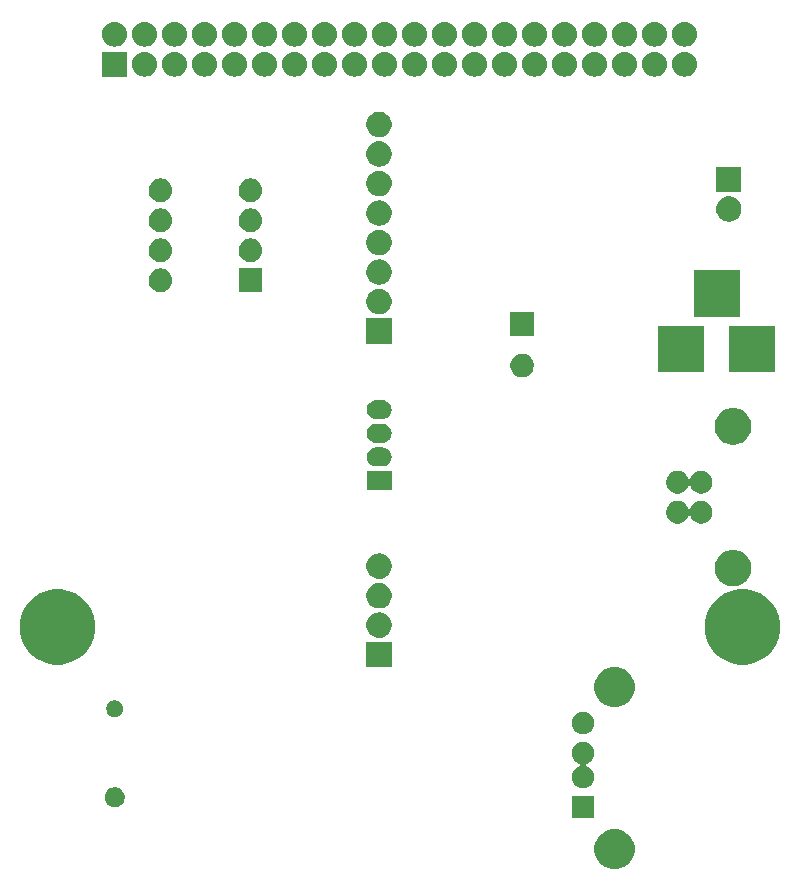
<source format=gbr>
G04 #@! TF.GenerationSoftware,KiCad,Pcbnew,5.1.2-f72e74a~84~ubuntu18.04.1*
G04 #@! TF.CreationDate,2019-05-05T12:37:34+12:00*
G04 #@! TF.ProjectId,pi-hat,70692d68-6174-42e6-9b69-6361645f7063,rev?*
G04 #@! TF.SameCoordinates,Original*
G04 #@! TF.FileFunction,Soldermask,Bot*
G04 #@! TF.FilePolarity,Negative*
%FSLAX46Y46*%
G04 Gerber Fmt 4.6, Leading zero omitted, Abs format (unit mm)*
G04 Created by KiCad (PCBNEW 5.1.2-f72e74a~84~ubuntu18.04.1) date 2019-05-05 12:37:34*
%MOMM*%
%LPD*%
G04 APERTURE LIST*
%ADD10C,0.100000*%
G04 APERTURE END LIST*
D10*
G36*
X151161654Y-169792665D02*
G01*
X151325872Y-169825330D01*
X151635252Y-169953479D01*
X151913687Y-170139523D01*
X152150477Y-170376313D01*
X152336521Y-170654748D01*
X152464670Y-170964128D01*
X152530000Y-171292565D01*
X152530000Y-171627435D01*
X152464670Y-171955872D01*
X152336521Y-172265252D01*
X152150477Y-172543687D01*
X151913687Y-172780477D01*
X151635252Y-172966521D01*
X151325872Y-173094670D01*
X151161654Y-173127335D01*
X150997437Y-173160000D01*
X150662563Y-173160000D01*
X150498346Y-173127335D01*
X150334128Y-173094670D01*
X150024748Y-172966521D01*
X149746313Y-172780477D01*
X149509523Y-172543687D01*
X149323479Y-172265252D01*
X149195330Y-171955872D01*
X149130000Y-171627435D01*
X149130000Y-171292565D01*
X149195330Y-170964128D01*
X149323479Y-170654748D01*
X149509523Y-170376313D01*
X149746313Y-170139523D01*
X150024748Y-169953479D01*
X150334128Y-169825330D01*
X150498346Y-169792665D01*
X150662563Y-169760000D01*
X150997437Y-169760000D01*
X151161654Y-169792665D01*
X151161654Y-169792665D01*
G37*
G36*
X149110000Y-168850000D02*
G01*
X147210000Y-168850000D01*
X147210000Y-166950000D01*
X149110000Y-166950000D01*
X149110000Y-168850000D01*
X149110000Y-168850000D01*
G37*
G36*
X108747935Y-166252664D02*
G01*
X108902624Y-166316739D01*
X108902626Y-166316740D01*
X109041844Y-166409762D01*
X109160238Y-166528156D01*
X109253260Y-166667374D01*
X109253261Y-166667376D01*
X109317336Y-166822065D01*
X109350000Y-166986281D01*
X109350000Y-167153719D01*
X109317336Y-167317935D01*
X109253261Y-167472624D01*
X109253260Y-167472626D01*
X109160238Y-167611844D01*
X109041844Y-167730238D01*
X108902626Y-167823260D01*
X108902625Y-167823261D01*
X108902624Y-167823261D01*
X108747935Y-167887336D01*
X108583719Y-167920000D01*
X108416281Y-167920000D01*
X108252065Y-167887336D01*
X108097376Y-167823261D01*
X108097375Y-167823261D01*
X108097374Y-167823260D01*
X107958156Y-167730238D01*
X107839762Y-167611844D01*
X107746740Y-167472626D01*
X107746739Y-167472624D01*
X107682664Y-167317935D01*
X107650000Y-167153719D01*
X107650000Y-166986281D01*
X107682664Y-166822065D01*
X107746739Y-166667376D01*
X107746740Y-166667374D01*
X107839762Y-166528156D01*
X107958156Y-166409762D01*
X108097374Y-166316740D01*
X108097376Y-166316739D01*
X108252065Y-166252664D01*
X108416281Y-166220000D01*
X108583719Y-166220000D01*
X108747935Y-166252664D01*
X108747935Y-166252664D01*
G37*
G36*
X148345336Y-162398254D02*
G01*
X148437105Y-162416508D01*
X148609994Y-162488121D01*
X148765590Y-162592087D01*
X148897913Y-162724410D01*
X149001879Y-162880006D01*
X149073492Y-163052895D01*
X149110000Y-163236433D01*
X149110000Y-163423567D01*
X149073492Y-163607105D01*
X149001879Y-163779994D01*
X148897913Y-163935590D01*
X148765590Y-164067913D01*
X148609994Y-164171879D01*
X148470841Y-164229518D01*
X148449234Y-164241067D01*
X148430292Y-164256613D01*
X148414747Y-164275554D01*
X148403196Y-164297165D01*
X148396083Y-164320614D01*
X148393681Y-164345000D01*
X148396083Y-164369386D01*
X148403196Y-164392835D01*
X148414747Y-164414446D01*
X148430293Y-164433388D01*
X148449234Y-164448933D01*
X148470841Y-164460482D01*
X148609994Y-164518121D01*
X148765590Y-164622087D01*
X148897913Y-164754410D01*
X149001879Y-164910006D01*
X149073492Y-165082895D01*
X149110000Y-165266433D01*
X149110000Y-165453567D01*
X149073492Y-165637105D01*
X149001879Y-165809994D01*
X148897913Y-165965590D01*
X148765590Y-166097913D01*
X148609994Y-166201879D01*
X148437105Y-166273492D01*
X148345336Y-166291746D01*
X148253568Y-166310000D01*
X148066432Y-166310000D01*
X147974664Y-166291746D01*
X147882895Y-166273492D01*
X147710006Y-166201879D01*
X147554410Y-166097913D01*
X147422087Y-165965590D01*
X147318121Y-165809994D01*
X147246508Y-165637105D01*
X147210000Y-165453567D01*
X147210000Y-165266433D01*
X147246508Y-165082895D01*
X147318121Y-164910006D01*
X147422087Y-164754410D01*
X147554410Y-164622087D01*
X147710006Y-164518121D01*
X147849159Y-164460482D01*
X147870766Y-164448933D01*
X147889708Y-164433387D01*
X147905253Y-164414446D01*
X147916804Y-164392835D01*
X147923917Y-164369386D01*
X147926319Y-164345000D01*
X147923917Y-164320614D01*
X147916804Y-164297165D01*
X147905253Y-164275554D01*
X147889707Y-164256612D01*
X147870766Y-164241067D01*
X147849159Y-164229518D01*
X147710006Y-164171879D01*
X147554410Y-164067913D01*
X147422087Y-163935590D01*
X147318121Y-163779994D01*
X147246508Y-163607105D01*
X147210000Y-163423567D01*
X147210000Y-163236433D01*
X147246508Y-163052895D01*
X147318121Y-162880006D01*
X147422087Y-162724410D01*
X147554410Y-162592087D01*
X147710006Y-162488121D01*
X147882895Y-162416508D01*
X147974664Y-162398254D01*
X148066432Y-162380000D01*
X148253568Y-162380000D01*
X148345336Y-162398254D01*
X148345336Y-162398254D01*
G37*
G36*
X148345336Y-159858254D02*
G01*
X148437105Y-159876508D01*
X148609994Y-159948121D01*
X148765590Y-160052087D01*
X148897913Y-160184410D01*
X149001879Y-160340006D01*
X149073492Y-160512895D01*
X149110000Y-160696433D01*
X149110000Y-160883567D01*
X149073492Y-161067105D01*
X149001879Y-161239994D01*
X148897913Y-161395590D01*
X148765590Y-161527913D01*
X148609994Y-161631879D01*
X148437105Y-161703492D01*
X148345336Y-161721746D01*
X148253568Y-161740000D01*
X148066432Y-161740000D01*
X147974664Y-161721746D01*
X147882895Y-161703492D01*
X147710006Y-161631879D01*
X147554410Y-161527913D01*
X147422087Y-161395590D01*
X147318121Y-161239994D01*
X147246508Y-161067105D01*
X147210000Y-160883567D01*
X147210000Y-160696433D01*
X147246508Y-160512895D01*
X147318121Y-160340006D01*
X147422087Y-160184410D01*
X147554410Y-160052087D01*
X147710006Y-159948121D01*
X147882895Y-159876508D01*
X147974664Y-159858254D01*
X148066432Y-159840000D01*
X148253568Y-159840000D01*
X148345336Y-159858254D01*
X148345336Y-159858254D01*
G37*
G36*
X108704182Y-158896900D02*
G01*
X108831573Y-158949667D01*
X108831574Y-158949668D01*
X108946224Y-159026274D01*
X109043726Y-159123776D01*
X109043727Y-159123778D01*
X109120333Y-159238427D01*
X109173100Y-159365818D01*
X109200000Y-159501055D01*
X109200000Y-159638945D01*
X109173100Y-159774182D01*
X109120333Y-159901573D01*
X109120332Y-159901574D01*
X109043726Y-160016224D01*
X108946224Y-160113726D01*
X108888510Y-160152289D01*
X108831573Y-160190333D01*
X108704182Y-160243100D01*
X108568945Y-160270000D01*
X108431055Y-160270000D01*
X108295818Y-160243100D01*
X108168427Y-160190333D01*
X108111490Y-160152289D01*
X108053776Y-160113726D01*
X107956274Y-160016224D01*
X107879668Y-159901574D01*
X107879667Y-159901573D01*
X107826900Y-159774182D01*
X107800000Y-159638945D01*
X107800000Y-159501055D01*
X107826900Y-159365818D01*
X107879667Y-159238427D01*
X107956273Y-159123778D01*
X107956274Y-159123776D01*
X108053776Y-159026274D01*
X108168426Y-158949668D01*
X108168427Y-158949667D01*
X108295818Y-158896900D01*
X108431055Y-158870000D01*
X108568945Y-158870000D01*
X108704182Y-158896900D01*
X108704182Y-158896900D01*
G37*
G36*
X151161654Y-156072665D02*
G01*
X151325872Y-156105330D01*
X151635252Y-156233479D01*
X151913687Y-156419523D01*
X152150477Y-156656313D01*
X152336521Y-156934748D01*
X152464670Y-157244128D01*
X152530000Y-157572565D01*
X152530000Y-157907435D01*
X152464670Y-158235872D01*
X152336521Y-158545252D01*
X152150477Y-158823687D01*
X151913687Y-159060477D01*
X151635252Y-159246521D01*
X151325872Y-159374670D01*
X151161653Y-159407335D01*
X150997437Y-159440000D01*
X150662563Y-159440000D01*
X150498347Y-159407335D01*
X150334128Y-159374670D01*
X150024748Y-159246521D01*
X149746313Y-159060477D01*
X149509523Y-158823687D01*
X149323479Y-158545252D01*
X149195330Y-158235872D01*
X149130000Y-157907435D01*
X149130000Y-157572565D01*
X149195330Y-157244128D01*
X149323479Y-156934748D01*
X149509523Y-156656313D01*
X149746313Y-156419523D01*
X150024748Y-156233479D01*
X150334128Y-156105330D01*
X150498346Y-156072665D01*
X150662563Y-156040000D01*
X150997437Y-156040000D01*
X151161654Y-156072665D01*
X151161654Y-156072665D01*
G37*
G36*
X131975000Y-156075000D02*
G01*
X129825000Y-156075000D01*
X129825000Y-153925000D01*
X131975000Y-153925000D01*
X131975000Y-156075000D01*
X131975000Y-156075000D01*
G37*
G36*
X104593404Y-149572974D02*
G01*
X105175767Y-149814196D01*
X105175768Y-149814197D01*
X105699881Y-150164398D01*
X106145602Y-150610119D01*
X106295867Y-150835007D01*
X106495804Y-151134233D01*
X106737026Y-151716596D01*
X106860000Y-152334826D01*
X106860000Y-152965174D01*
X106737026Y-153583404D01*
X106495804Y-154165767D01*
X106495803Y-154165768D01*
X106145602Y-154689881D01*
X105699881Y-155135602D01*
X105349679Y-155369599D01*
X105175767Y-155485804D01*
X104593404Y-155727026D01*
X103975174Y-155850000D01*
X103344826Y-155850000D01*
X102726596Y-155727026D01*
X102144233Y-155485804D01*
X101970321Y-155369599D01*
X101620119Y-155135602D01*
X101174398Y-154689881D01*
X100824197Y-154165768D01*
X100824196Y-154165767D01*
X100582974Y-153583404D01*
X100460000Y-152965174D01*
X100460000Y-152334826D01*
X100582974Y-151716596D01*
X100824196Y-151134233D01*
X101024133Y-150835007D01*
X101174398Y-150610119D01*
X101620119Y-150164398D01*
X102144232Y-149814197D01*
X102144233Y-149814196D01*
X102726596Y-149572974D01*
X103344826Y-149450000D01*
X103975174Y-149450000D01*
X104593404Y-149572974D01*
X104593404Y-149572974D01*
G37*
G36*
X162593404Y-149572974D02*
G01*
X163175767Y-149814196D01*
X163175768Y-149814197D01*
X163699881Y-150164398D01*
X164145602Y-150610119D01*
X164295867Y-150835007D01*
X164495804Y-151134233D01*
X164737026Y-151716596D01*
X164860000Y-152334826D01*
X164860000Y-152965174D01*
X164737026Y-153583404D01*
X164495804Y-154165767D01*
X164495803Y-154165768D01*
X164145602Y-154689881D01*
X163699881Y-155135602D01*
X163349679Y-155369599D01*
X163175767Y-155485804D01*
X162593404Y-155727026D01*
X161975174Y-155850000D01*
X161344826Y-155850000D01*
X160726596Y-155727026D01*
X160144233Y-155485804D01*
X159970321Y-155369599D01*
X159620119Y-155135602D01*
X159174398Y-154689881D01*
X158824197Y-154165768D01*
X158824196Y-154165767D01*
X158582974Y-153583404D01*
X158460000Y-152965174D01*
X158460000Y-152334826D01*
X158582974Y-151716596D01*
X158824196Y-151134233D01*
X159024133Y-150835007D01*
X159174398Y-150610119D01*
X159620119Y-150164398D01*
X160144232Y-149814197D01*
X160144233Y-149814196D01*
X160726596Y-149572974D01*
X161344826Y-149450000D01*
X161975174Y-149450000D01*
X162593404Y-149572974D01*
X162593404Y-149572974D01*
G37*
G36*
X131109722Y-151445656D02*
G01*
X131213566Y-151466312D01*
X131270866Y-151490047D01*
X131409203Y-151547347D01*
X131585272Y-151664993D01*
X131735007Y-151814728D01*
X131852653Y-151990797D01*
X131933688Y-152186435D01*
X131975000Y-152394121D01*
X131975000Y-152605879D01*
X131933688Y-152813565D01*
X131852653Y-153009203D01*
X131735007Y-153185272D01*
X131585272Y-153335007D01*
X131409203Y-153452653D01*
X131270866Y-153509953D01*
X131213566Y-153533688D01*
X131109722Y-153554344D01*
X131005879Y-153575000D01*
X130794121Y-153575000D01*
X130690278Y-153554344D01*
X130586434Y-153533688D01*
X130529134Y-153509953D01*
X130390797Y-153452653D01*
X130214728Y-153335007D01*
X130064993Y-153185272D01*
X129947347Y-153009203D01*
X129866312Y-152813565D01*
X129825000Y-152605879D01*
X129825000Y-152394121D01*
X129866312Y-152186435D01*
X129947347Y-151990797D01*
X130064993Y-151814728D01*
X130214728Y-151664993D01*
X130390797Y-151547347D01*
X130529134Y-151490047D01*
X130586434Y-151466312D01*
X130690278Y-151445656D01*
X130794121Y-151425000D01*
X131005879Y-151425000D01*
X131109722Y-151445656D01*
X131109722Y-151445656D01*
G37*
G36*
X131109722Y-148945656D02*
G01*
X131213566Y-148966312D01*
X131270866Y-148990047D01*
X131409203Y-149047347D01*
X131585272Y-149164993D01*
X131735007Y-149314728D01*
X131852653Y-149490797D01*
X131933688Y-149686435D01*
X131975000Y-149894121D01*
X131975000Y-150105879D01*
X131933688Y-150313565D01*
X131852653Y-150509203D01*
X131735007Y-150685272D01*
X131585272Y-150835007D01*
X131409203Y-150952653D01*
X131270866Y-151009953D01*
X131213566Y-151033688D01*
X131109722Y-151054344D01*
X131005879Y-151075000D01*
X130794121Y-151075000D01*
X130690278Y-151054344D01*
X130586434Y-151033688D01*
X130529134Y-151009953D01*
X130390797Y-150952653D01*
X130214728Y-150835007D01*
X130064993Y-150685272D01*
X129947347Y-150509203D01*
X129866312Y-150313565D01*
X129825000Y-150105879D01*
X129825000Y-149894121D01*
X129866312Y-149686435D01*
X129947347Y-149490797D01*
X130064993Y-149314728D01*
X130214728Y-149164993D01*
X130390797Y-149047347D01*
X130529134Y-148990047D01*
X130586434Y-148966312D01*
X130690278Y-148945656D01*
X130794121Y-148925000D01*
X131005879Y-148925000D01*
X131109722Y-148945656D01*
X131109722Y-148945656D01*
G37*
G36*
X161162390Y-146149783D02*
G01*
X161312118Y-146179565D01*
X161428960Y-146227963D01*
X161594199Y-146296407D01*
X161594200Y-146296408D01*
X161848068Y-146466036D01*
X162063964Y-146681932D01*
X162152695Y-146814728D01*
X162233593Y-146935801D01*
X162256373Y-146990797D01*
X162350435Y-147217882D01*
X162410000Y-147517338D01*
X162410000Y-147822662D01*
X162350435Y-148122118D01*
X162302037Y-148238960D01*
X162233593Y-148404199D01*
X162233592Y-148404200D01*
X162063964Y-148658068D01*
X161848068Y-148873964D01*
X161709858Y-148966312D01*
X161594199Y-149043593D01*
X161428960Y-149112037D01*
X161312118Y-149160435D01*
X161162390Y-149190218D01*
X161012663Y-149220000D01*
X160707337Y-149220000D01*
X160557610Y-149190218D01*
X160407882Y-149160435D01*
X160291040Y-149112037D01*
X160125801Y-149043593D01*
X160010142Y-148966312D01*
X159871932Y-148873964D01*
X159656036Y-148658068D01*
X159486408Y-148404200D01*
X159486407Y-148404199D01*
X159417963Y-148238960D01*
X159369565Y-148122118D01*
X159310000Y-147822662D01*
X159310000Y-147517338D01*
X159369565Y-147217882D01*
X159463627Y-146990797D01*
X159486407Y-146935801D01*
X159567305Y-146814728D01*
X159656036Y-146681932D01*
X159871932Y-146466036D01*
X160125800Y-146296408D01*
X160125801Y-146296407D01*
X160291040Y-146227963D01*
X160407882Y-146179565D01*
X160557610Y-146149783D01*
X160707337Y-146120000D01*
X161012663Y-146120000D01*
X161162390Y-146149783D01*
X161162390Y-146149783D01*
G37*
G36*
X131109722Y-146445656D02*
G01*
X131213566Y-146466312D01*
X131270866Y-146490047D01*
X131409203Y-146547347D01*
X131585272Y-146664993D01*
X131735007Y-146814728D01*
X131852653Y-146990797D01*
X131933688Y-147186435D01*
X131975000Y-147394121D01*
X131975000Y-147605879D01*
X131933688Y-147813565D01*
X131852653Y-148009203D01*
X131735007Y-148185272D01*
X131585272Y-148335007D01*
X131409203Y-148452653D01*
X131270866Y-148509953D01*
X131213566Y-148533688D01*
X131109722Y-148554344D01*
X131005879Y-148575000D01*
X130794121Y-148575000D01*
X130690278Y-148554344D01*
X130586434Y-148533688D01*
X130529134Y-148509953D01*
X130390797Y-148452653D01*
X130214728Y-148335007D01*
X130064993Y-148185272D01*
X129947347Y-148009203D01*
X129866312Y-147813565D01*
X129825000Y-147605879D01*
X129825000Y-147394121D01*
X129866312Y-147186435D01*
X129947347Y-146990797D01*
X130064993Y-146814728D01*
X130214728Y-146664993D01*
X130390797Y-146547347D01*
X130529134Y-146490047D01*
X130586434Y-146466312D01*
X130690278Y-146445656D01*
X130794121Y-146425000D01*
X131005879Y-146425000D01*
X131109722Y-146445656D01*
X131109722Y-146445656D01*
G37*
G36*
X156347287Y-141998446D02*
G01*
X156440022Y-142016892D01*
X156614731Y-142089259D01*
X156771964Y-142194319D01*
X156905681Y-142328036D01*
X157010742Y-142485270D01*
X157044516Y-142566809D01*
X157056067Y-142588419D01*
X157071612Y-142607361D01*
X157090554Y-142622907D01*
X157112165Y-142634458D01*
X157135614Y-142641571D01*
X157160000Y-142643973D01*
X157184386Y-142641571D01*
X157207835Y-142634458D01*
X157229445Y-142622907D01*
X157248387Y-142607362D01*
X157263933Y-142588420D01*
X157275484Y-142566809D01*
X157309258Y-142485270D01*
X157414319Y-142328036D01*
X157548036Y-142194319D01*
X157705269Y-142089259D01*
X157879978Y-142016892D01*
X157972713Y-141998446D01*
X158065447Y-141980000D01*
X158254553Y-141980000D01*
X158347287Y-141998446D01*
X158440022Y-142016892D01*
X158614731Y-142089259D01*
X158771964Y-142194319D01*
X158905681Y-142328036D01*
X159010741Y-142485269D01*
X159083108Y-142659978D01*
X159120000Y-142845448D01*
X159120000Y-143034552D01*
X159083108Y-143220022D01*
X159010741Y-143394731D01*
X158905681Y-143551964D01*
X158771964Y-143685681D01*
X158614731Y-143790741D01*
X158440022Y-143863108D01*
X158347287Y-143881554D01*
X158254553Y-143900000D01*
X158065447Y-143900000D01*
X157972713Y-143881554D01*
X157879978Y-143863108D01*
X157705269Y-143790741D01*
X157548036Y-143685681D01*
X157414319Y-143551964D01*
X157309259Y-143394731D01*
X157309258Y-143394730D01*
X157275484Y-143313191D01*
X157263933Y-143291581D01*
X157248388Y-143272639D01*
X157229446Y-143257093D01*
X157207835Y-143245542D01*
X157184386Y-143238429D01*
X157160000Y-143236027D01*
X157135614Y-143238429D01*
X157112165Y-143245542D01*
X157090555Y-143257093D01*
X157071613Y-143272638D01*
X157056067Y-143291580D01*
X157044516Y-143313191D01*
X157010742Y-143394730D01*
X157010741Y-143394731D01*
X156905681Y-143551964D01*
X156771964Y-143685681D01*
X156614731Y-143790741D01*
X156440022Y-143863108D01*
X156347287Y-143881554D01*
X156254553Y-143900000D01*
X156065447Y-143900000D01*
X155972713Y-143881554D01*
X155879978Y-143863108D01*
X155705269Y-143790741D01*
X155548036Y-143685681D01*
X155414319Y-143551964D01*
X155309259Y-143394731D01*
X155236892Y-143220022D01*
X155200000Y-143034552D01*
X155200000Y-142845448D01*
X155236892Y-142659978D01*
X155309259Y-142485269D01*
X155414319Y-142328036D01*
X155548036Y-142194319D01*
X155705269Y-142089259D01*
X155879978Y-142016892D01*
X155972713Y-141998446D01*
X156065447Y-141980000D01*
X156254553Y-141980000D01*
X156347287Y-141998446D01*
X156347287Y-141998446D01*
G37*
G36*
X156304826Y-139450000D02*
G01*
X156440022Y-139476892D01*
X156614731Y-139549259D01*
X156771964Y-139654319D01*
X156905681Y-139788036D01*
X157010742Y-139945270D01*
X157044516Y-140026809D01*
X157056067Y-140048419D01*
X157071612Y-140067361D01*
X157090554Y-140082907D01*
X157112165Y-140094458D01*
X157135614Y-140101571D01*
X157160000Y-140103973D01*
X157184386Y-140101571D01*
X157207835Y-140094458D01*
X157229445Y-140082907D01*
X157248387Y-140067362D01*
X157263933Y-140048420D01*
X157275484Y-140026809D01*
X157309258Y-139945270D01*
X157414319Y-139788036D01*
X157548036Y-139654319D01*
X157705269Y-139549259D01*
X157879978Y-139476892D01*
X158015174Y-139450000D01*
X158065447Y-139440000D01*
X158254553Y-139440000D01*
X158304826Y-139450000D01*
X158440022Y-139476892D01*
X158614731Y-139549259D01*
X158771964Y-139654319D01*
X158905681Y-139788036D01*
X159010741Y-139945269D01*
X159083108Y-140119978D01*
X159120000Y-140305448D01*
X159120000Y-140494552D01*
X159083108Y-140680022D01*
X159010741Y-140854731D01*
X158905681Y-141011964D01*
X158771964Y-141145681D01*
X158614731Y-141250741D01*
X158440022Y-141323108D01*
X158347287Y-141341554D01*
X158254553Y-141360000D01*
X158065447Y-141360000D01*
X157972713Y-141341554D01*
X157879978Y-141323108D01*
X157705269Y-141250741D01*
X157548036Y-141145681D01*
X157414319Y-141011964D01*
X157309259Y-140854731D01*
X157309258Y-140854730D01*
X157275484Y-140773191D01*
X157263933Y-140751581D01*
X157248388Y-140732639D01*
X157229446Y-140717093D01*
X157207835Y-140705542D01*
X157184386Y-140698429D01*
X157160000Y-140696027D01*
X157135614Y-140698429D01*
X157112165Y-140705542D01*
X157090555Y-140717093D01*
X157071613Y-140732638D01*
X157056067Y-140751580D01*
X157044516Y-140773191D01*
X157010742Y-140854730D01*
X157010741Y-140854731D01*
X156905681Y-141011964D01*
X156771964Y-141145681D01*
X156614731Y-141250741D01*
X156440022Y-141323108D01*
X156347287Y-141341554D01*
X156254553Y-141360000D01*
X156065447Y-141360000D01*
X155972713Y-141341554D01*
X155879978Y-141323108D01*
X155705269Y-141250741D01*
X155548036Y-141145681D01*
X155414319Y-141011964D01*
X155309259Y-140854731D01*
X155236892Y-140680022D01*
X155200000Y-140494552D01*
X155200000Y-140305448D01*
X155236892Y-140119978D01*
X155309259Y-139945269D01*
X155414319Y-139788036D01*
X155548036Y-139654319D01*
X155705269Y-139549259D01*
X155879978Y-139476892D01*
X156015174Y-139450000D01*
X156065447Y-139440000D01*
X156254553Y-139440000D01*
X156304826Y-139450000D01*
X156304826Y-139450000D01*
G37*
G36*
X131950000Y-141050000D02*
G01*
X129850000Y-141050000D01*
X129850000Y-139450000D01*
X131950000Y-139450000D01*
X131950000Y-141050000D01*
X131950000Y-141050000D01*
G37*
G36*
X131228471Y-137453859D02*
G01*
X131306827Y-137461576D01*
X131457628Y-137507321D01*
X131457630Y-137507322D01*
X131596605Y-137581606D01*
X131596607Y-137581607D01*
X131596606Y-137581607D01*
X131718422Y-137681578D01*
X131818393Y-137803394D01*
X131892679Y-137942372D01*
X131938424Y-138093173D01*
X131953870Y-138250000D01*
X131938424Y-138406827D01*
X131892679Y-138557628D01*
X131892678Y-138557630D01*
X131818394Y-138696605D01*
X131718422Y-138818422D01*
X131596605Y-138918394D01*
X131457630Y-138992678D01*
X131457628Y-138992679D01*
X131306827Y-139038424D01*
X131228471Y-139046141D01*
X131189294Y-139050000D01*
X130610706Y-139050000D01*
X130571529Y-139046141D01*
X130493173Y-139038424D01*
X130342372Y-138992679D01*
X130342370Y-138992678D01*
X130203395Y-138918394D01*
X130081578Y-138818422D01*
X129981606Y-138696605D01*
X129907322Y-138557630D01*
X129907321Y-138557628D01*
X129861576Y-138406827D01*
X129846130Y-138250000D01*
X129861576Y-138093173D01*
X129907321Y-137942372D01*
X129981607Y-137803394D01*
X130081578Y-137681578D01*
X130203394Y-137581607D01*
X130203393Y-137581607D01*
X130203395Y-137581606D01*
X130342370Y-137507322D01*
X130342372Y-137507321D01*
X130493173Y-137461576D01*
X130571529Y-137453859D01*
X130610706Y-137450000D01*
X131189294Y-137450000D01*
X131228471Y-137453859D01*
X131228471Y-137453859D01*
G37*
G36*
X161162390Y-134149783D02*
G01*
X161312118Y-134179565D01*
X161428960Y-134227963D01*
X161594199Y-134296407D01*
X161594200Y-134296408D01*
X161848068Y-134466036D01*
X162063964Y-134681932D01*
X162155163Y-134818422D01*
X162233593Y-134935801D01*
X162350435Y-135217883D01*
X162410000Y-135517337D01*
X162410000Y-135822663D01*
X162350435Y-136122117D01*
X162233593Y-136404199D01*
X162233592Y-136404200D01*
X162063964Y-136658068D01*
X161848068Y-136873964D01*
X161781573Y-136918394D01*
X161594199Y-137043593D01*
X161428960Y-137112037D01*
X161312118Y-137160435D01*
X161162390Y-137190217D01*
X161012663Y-137220000D01*
X160707337Y-137220000D01*
X160557610Y-137190217D01*
X160407882Y-137160435D01*
X160291040Y-137112037D01*
X160125801Y-137043593D01*
X159938427Y-136918394D01*
X159871932Y-136873964D01*
X159656036Y-136658068D01*
X159486408Y-136404200D01*
X159486407Y-136404199D01*
X159369565Y-136122117D01*
X159310000Y-135822663D01*
X159310000Y-135517337D01*
X159369565Y-135217883D01*
X159486407Y-134935801D01*
X159564837Y-134818422D01*
X159656036Y-134681932D01*
X159871932Y-134466036D01*
X160125800Y-134296408D01*
X160125801Y-134296407D01*
X160291040Y-134227963D01*
X160407882Y-134179565D01*
X160557610Y-134149783D01*
X160707337Y-134120000D01*
X161012663Y-134120000D01*
X161162390Y-134149783D01*
X161162390Y-134149783D01*
G37*
G36*
X131228471Y-135453859D02*
G01*
X131306827Y-135461576D01*
X131457628Y-135507321D01*
X131457630Y-135507322D01*
X131596605Y-135581606D01*
X131596607Y-135581607D01*
X131596606Y-135581607D01*
X131718422Y-135681578D01*
X131818393Y-135803394D01*
X131892679Y-135942372D01*
X131938424Y-136093173D01*
X131953870Y-136250000D01*
X131938424Y-136406827D01*
X131892679Y-136557628D01*
X131892678Y-136557630D01*
X131818394Y-136696605D01*
X131718422Y-136818422D01*
X131596605Y-136918394D01*
X131457630Y-136992678D01*
X131457628Y-136992679D01*
X131306827Y-137038424D01*
X131228471Y-137046141D01*
X131189294Y-137050000D01*
X130610706Y-137050000D01*
X130571529Y-137046141D01*
X130493173Y-137038424D01*
X130342372Y-136992679D01*
X130342370Y-136992678D01*
X130203395Y-136918394D01*
X130081578Y-136818422D01*
X129981606Y-136696605D01*
X129907322Y-136557630D01*
X129907321Y-136557628D01*
X129861576Y-136406827D01*
X129846130Y-136250000D01*
X129861576Y-136093173D01*
X129907321Y-135942372D01*
X129981607Y-135803394D01*
X130081578Y-135681578D01*
X130203394Y-135581607D01*
X130203393Y-135581607D01*
X130203395Y-135581606D01*
X130342370Y-135507322D01*
X130342372Y-135507321D01*
X130493173Y-135461576D01*
X130571529Y-135453859D01*
X130610706Y-135450000D01*
X131189294Y-135450000D01*
X131228471Y-135453859D01*
X131228471Y-135453859D01*
G37*
G36*
X131228471Y-133453859D02*
G01*
X131306827Y-133461576D01*
X131457628Y-133507321D01*
X131457630Y-133507322D01*
X131596605Y-133581606D01*
X131596607Y-133581607D01*
X131596606Y-133581607D01*
X131718422Y-133681578D01*
X131818393Y-133803394D01*
X131892679Y-133942372D01*
X131938424Y-134093173D01*
X131953870Y-134250000D01*
X131938424Y-134406827D01*
X131920463Y-134466036D01*
X131892678Y-134557630D01*
X131818394Y-134696605D01*
X131718422Y-134818422D01*
X131596605Y-134918394D01*
X131457630Y-134992678D01*
X131457628Y-134992679D01*
X131306827Y-135038424D01*
X131228471Y-135046141D01*
X131189294Y-135050000D01*
X130610706Y-135050000D01*
X130571529Y-135046141D01*
X130493173Y-135038424D01*
X130342372Y-134992679D01*
X130342370Y-134992678D01*
X130203395Y-134918394D01*
X130081578Y-134818422D01*
X129981606Y-134696605D01*
X129907322Y-134557630D01*
X129879537Y-134466036D01*
X129861576Y-134406827D01*
X129846130Y-134250000D01*
X129861576Y-134093173D01*
X129907321Y-133942372D01*
X129981607Y-133803394D01*
X130081578Y-133681578D01*
X130203394Y-133581607D01*
X130203393Y-133581607D01*
X130203395Y-133581606D01*
X130342370Y-133507322D01*
X130342372Y-133507321D01*
X130493173Y-133461576D01*
X130571529Y-133453859D01*
X130610706Y-133450000D01*
X131189294Y-133450000D01*
X131228471Y-133453859D01*
X131228471Y-133453859D01*
G37*
G36*
X143227290Y-129525619D02*
G01*
X143291689Y-129538429D01*
X143473678Y-129613811D01*
X143637463Y-129723249D01*
X143776751Y-129862537D01*
X143886189Y-130026322D01*
X143961571Y-130208311D01*
X144000000Y-130401509D01*
X144000000Y-130598491D01*
X143961571Y-130791689D01*
X143886189Y-130973678D01*
X143776751Y-131137463D01*
X143637463Y-131276751D01*
X143473678Y-131386189D01*
X143291689Y-131461571D01*
X143227290Y-131474381D01*
X143098493Y-131500000D01*
X142901507Y-131500000D01*
X142772710Y-131474381D01*
X142708311Y-131461571D01*
X142526322Y-131386189D01*
X142362537Y-131276751D01*
X142223249Y-131137463D01*
X142113811Y-130973678D01*
X142038429Y-130791689D01*
X142000000Y-130598491D01*
X142000000Y-130401509D01*
X142038429Y-130208311D01*
X142113811Y-130026322D01*
X142223249Y-129862537D01*
X142362537Y-129723249D01*
X142526322Y-129613811D01*
X142708311Y-129538429D01*
X142772710Y-129525619D01*
X142901507Y-129500000D01*
X143098493Y-129500000D01*
X143227290Y-129525619D01*
X143227290Y-129525619D01*
G37*
G36*
X158434000Y-131066000D02*
G01*
X154534000Y-131066000D01*
X154534000Y-127166000D01*
X158434000Y-127166000D01*
X158434000Y-131066000D01*
X158434000Y-131066000D01*
G37*
G36*
X164434000Y-131066000D02*
G01*
X160534000Y-131066000D01*
X160534000Y-127166000D01*
X164434000Y-127166000D01*
X164434000Y-131066000D01*
X164434000Y-131066000D01*
G37*
G36*
X131975000Y-128675000D02*
G01*
X129825000Y-128675000D01*
X129825000Y-126525000D01*
X131975000Y-126525000D01*
X131975000Y-128675000D01*
X131975000Y-128675000D01*
G37*
G36*
X144000000Y-128000000D02*
G01*
X142000000Y-128000000D01*
X142000000Y-126000000D01*
X144000000Y-126000000D01*
X144000000Y-128000000D01*
X144000000Y-128000000D01*
G37*
G36*
X161434000Y-126366000D02*
G01*
X157534000Y-126366000D01*
X157534000Y-122466000D01*
X161434000Y-122466000D01*
X161434000Y-126366000D01*
X161434000Y-126366000D01*
G37*
G36*
X131109722Y-124045656D02*
G01*
X131213566Y-124066312D01*
X131270866Y-124090047D01*
X131409203Y-124147347D01*
X131585272Y-124264993D01*
X131735007Y-124414728D01*
X131852653Y-124590797D01*
X131933688Y-124786435D01*
X131975000Y-124994121D01*
X131975000Y-125205879D01*
X131933688Y-125413565D01*
X131852653Y-125609203D01*
X131735007Y-125785272D01*
X131585272Y-125935007D01*
X131409203Y-126052653D01*
X131270866Y-126109953D01*
X131213566Y-126133688D01*
X131109722Y-126154344D01*
X131005879Y-126175000D01*
X130794121Y-126175000D01*
X130690278Y-126154344D01*
X130586434Y-126133688D01*
X130529134Y-126109953D01*
X130390797Y-126052653D01*
X130214728Y-125935007D01*
X130064993Y-125785272D01*
X129947347Y-125609203D01*
X129866312Y-125413565D01*
X129825000Y-125205879D01*
X129825000Y-124994121D01*
X129866312Y-124786435D01*
X129947347Y-124590797D01*
X130064993Y-124414728D01*
X130214728Y-124264993D01*
X130390797Y-124147347D01*
X130529134Y-124090047D01*
X130586434Y-124066312D01*
X130690278Y-124045656D01*
X130794121Y-124025000D01*
X131005879Y-124025000D01*
X131109722Y-124045656D01*
X131109722Y-124045656D01*
G37*
G36*
X112576032Y-122314469D02*
G01*
X112670284Y-122343060D01*
X112764535Y-122371651D01*
X112764537Y-122371652D01*
X112938258Y-122464507D01*
X113090528Y-122589472D01*
X113215493Y-122741742D01*
X113308348Y-122915463D01*
X113365531Y-123103968D01*
X113384838Y-123300000D01*
X113365531Y-123496032D01*
X113308348Y-123684537D01*
X113215493Y-123858258D01*
X113090528Y-124010528D01*
X112938258Y-124135493D01*
X112764537Y-124228348D01*
X112764535Y-124228349D01*
X112670285Y-124256939D01*
X112576032Y-124285531D01*
X112429124Y-124300000D01*
X112330876Y-124300000D01*
X112183968Y-124285531D01*
X112089715Y-124256939D01*
X111995465Y-124228349D01*
X111995463Y-124228348D01*
X111821742Y-124135493D01*
X111669472Y-124010528D01*
X111544507Y-123858258D01*
X111451652Y-123684537D01*
X111394469Y-123496032D01*
X111375162Y-123300000D01*
X111394469Y-123103968D01*
X111451652Y-122915463D01*
X111544507Y-122741742D01*
X111669472Y-122589472D01*
X111821742Y-122464507D01*
X111995463Y-122371652D01*
X111995465Y-122371651D01*
X112089716Y-122343060D01*
X112183968Y-122314469D01*
X112330876Y-122300000D01*
X112429124Y-122300000D01*
X112576032Y-122314469D01*
X112576032Y-122314469D01*
G37*
G36*
X121000000Y-124300000D02*
G01*
X119000000Y-124300000D01*
X119000000Y-122300000D01*
X121000000Y-122300000D01*
X121000000Y-124300000D01*
X121000000Y-124300000D01*
G37*
G36*
X131109722Y-121545656D02*
G01*
X131213566Y-121566312D01*
X131270866Y-121590047D01*
X131409203Y-121647347D01*
X131585272Y-121764993D01*
X131735007Y-121914728D01*
X131852653Y-122090797D01*
X131909953Y-122229134D01*
X131933688Y-122286434D01*
X131939265Y-122314470D01*
X131975000Y-122494121D01*
X131975000Y-122705879D01*
X131933688Y-122913565D01*
X131852653Y-123109203D01*
X131735007Y-123285272D01*
X131585272Y-123435007D01*
X131409203Y-123552653D01*
X131270866Y-123609953D01*
X131213566Y-123633688D01*
X131109722Y-123654344D01*
X131005879Y-123675000D01*
X130794121Y-123675000D01*
X130690278Y-123654344D01*
X130586434Y-123633688D01*
X130529134Y-123609953D01*
X130390797Y-123552653D01*
X130214728Y-123435007D01*
X130064993Y-123285272D01*
X129947347Y-123109203D01*
X129866312Y-122913565D01*
X129825000Y-122705879D01*
X129825000Y-122494121D01*
X129860735Y-122314470D01*
X129866312Y-122286434D01*
X129890047Y-122229134D01*
X129947347Y-122090797D01*
X130064993Y-121914728D01*
X130214728Y-121764993D01*
X130390797Y-121647347D01*
X130529134Y-121590047D01*
X130586434Y-121566312D01*
X130690278Y-121545656D01*
X130794121Y-121525000D01*
X131005879Y-121525000D01*
X131109722Y-121545656D01*
X131109722Y-121545656D01*
G37*
G36*
X120196032Y-119774469D02*
G01*
X120290285Y-119803061D01*
X120384535Y-119831651D01*
X120384537Y-119831652D01*
X120558258Y-119924507D01*
X120710528Y-120049472D01*
X120835493Y-120201742D01*
X120928348Y-120375463D01*
X120985531Y-120563968D01*
X121004838Y-120760000D01*
X120985531Y-120956032D01*
X120928348Y-121144537D01*
X120835493Y-121318258D01*
X120710528Y-121470528D01*
X120558258Y-121595493D01*
X120384537Y-121688348D01*
X120384535Y-121688349D01*
X120290284Y-121716940D01*
X120196032Y-121745531D01*
X120049124Y-121760000D01*
X119950876Y-121760000D01*
X119803968Y-121745531D01*
X119709716Y-121716940D01*
X119615465Y-121688349D01*
X119615463Y-121688348D01*
X119441742Y-121595493D01*
X119289472Y-121470528D01*
X119164507Y-121318258D01*
X119071652Y-121144537D01*
X119014469Y-120956032D01*
X118995162Y-120760000D01*
X119014469Y-120563968D01*
X119071652Y-120375463D01*
X119164507Y-120201742D01*
X119289472Y-120049472D01*
X119441742Y-119924507D01*
X119615463Y-119831652D01*
X119615465Y-119831651D01*
X119709715Y-119803061D01*
X119803968Y-119774469D01*
X119950876Y-119760000D01*
X120049124Y-119760000D01*
X120196032Y-119774469D01*
X120196032Y-119774469D01*
G37*
G36*
X112576032Y-119774469D02*
G01*
X112670285Y-119803061D01*
X112764535Y-119831651D01*
X112764537Y-119831652D01*
X112938258Y-119924507D01*
X113090528Y-120049472D01*
X113215493Y-120201742D01*
X113308348Y-120375463D01*
X113365531Y-120563968D01*
X113384838Y-120760000D01*
X113365531Y-120956032D01*
X113308348Y-121144537D01*
X113215493Y-121318258D01*
X113090528Y-121470528D01*
X112938258Y-121595493D01*
X112764537Y-121688348D01*
X112764535Y-121688349D01*
X112670284Y-121716940D01*
X112576032Y-121745531D01*
X112429124Y-121760000D01*
X112330876Y-121760000D01*
X112183968Y-121745531D01*
X112089716Y-121716940D01*
X111995465Y-121688349D01*
X111995463Y-121688348D01*
X111821742Y-121595493D01*
X111669472Y-121470528D01*
X111544507Y-121318258D01*
X111451652Y-121144537D01*
X111394469Y-120956032D01*
X111375162Y-120760000D01*
X111394469Y-120563968D01*
X111451652Y-120375463D01*
X111544507Y-120201742D01*
X111669472Y-120049472D01*
X111821742Y-119924507D01*
X111995463Y-119831652D01*
X111995465Y-119831651D01*
X112089715Y-119803061D01*
X112183968Y-119774469D01*
X112330876Y-119760000D01*
X112429124Y-119760000D01*
X112576032Y-119774469D01*
X112576032Y-119774469D01*
G37*
G36*
X131109722Y-119045656D02*
G01*
X131213566Y-119066312D01*
X131270866Y-119090047D01*
X131409203Y-119147347D01*
X131585272Y-119264993D01*
X131735007Y-119414728D01*
X131852653Y-119590797D01*
X131909953Y-119729134D01*
X131922739Y-119760000D01*
X131933688Y-119786435D01*
X131975000Y-119994121D01*
X131975000Y-120205879D01*
X131933688Y-120413565D01*
X131852653Y-120609203D01*
X131735007Y-120785272D01*
X131585272Y-120935007D01*
X131409203Y-121052653D01*
X131270866Y-121109953D01*
X131213566Y-121133688D01*
X131109722Y-121154344D01*
X131005879Y-121175000D01*
X130794121Y-121175000D01*
X130690278Y-121154344D01*
X130586434Y-121133688D01*
X130529134Y-121109953D01*
X130390797Y-121052653D01*
X130214728Y-120935007D01*
X130064993Y-120785272D01*
X129947347Y-120609203D01*
X129866312Y-120413565D01*
X129825000Y-120205879D01*
X129825000Y-119994121D01*
X129866312Y-119786435D01*
X129877262Y-119760000D01*
X129890047Y-119729134D01*
X129947347Y-119590797D01*
X130064993Y-119414728D01*
X130214728Y-119264993D01*
X130390797Y-119147347D01*
X130529134Y-119090047D01*
X130586434Y-119066312D01*
X130690278Y-119045656D01*
X130794121Y-119025000D01*
X131005879Y-119025000D01*
X131109722Y-119045656D01*
X131109722Y-119045656D01*
G37*
G36*
X112576032Y-117234469D02*
G01*
X112670285Y-117263061D01*
X112764535Y-117291651D01*
X112764537Y-117291652D01*
X112938258Y-117384507D01*
X113090528Y-117509472D01*
X113215493Y-117661742D01*
X113308348Y-117835463D01*
X113365531Y-118023968D01*
X113384838Y-118220000D01*
X113365531Y-118416032D01*
X113308348Y-118604537D01*
X113215493Y-118778258D01*
X113090528Y-118930528D01*
X112938258Y-119055493D01*
X112766410Y-119147347D01*
X112764535Y-119148349D01*
X112670284Y-119176940D01*
X112576032Y-119205531D01*
X112429124Y-119220000D01*
X112330876Y-119220000D01*
X112183968Y-119205531D01*
X112089716Y-119176940D01*
X111995465Y-119148349D01*
X111993590Y-119147347D01*
X111821742Y-119055493D01*
X111669472Y-118930528D01*
X111544507Y-118778258D01*
X111451652Y-118604537D01*
X111394469Y-118416032D01*
X111375162Y-118220000D01*
X111394469Y-118023968D01*
X111451652Y-117835463D01*
X111544507Y-117661742D01*
X111669472Y-117509472D01*
X111821742Y-117384507D01*
X111995463Y-117291652D01*
X111995465Y-117291651D01*
X112089715Y-117263061D01*
X112183968Y-117234469D01*
X112330876Y-117220000D01*
X112429124Y-117220000D01*
X112576032Y-117234469D01*
X112576032Y-117234469D01*
G37*
G36*
X120196032Y-117234469D02*
G01*
X120290285Y-117263061D01*
X120384535Y-117291651D01*
X120384537Y-117291652D01*
X120558258Y-117384507D01*
X120710528Y-117509472D01*
X120835493Y-117661742D01*
X120928348Y-117835463D01*
X120985531Y-118023968D01*
X121004838Y-118220000D01*
X120985531Y-118416032D01*
X120928348Y-118604537D01*
X120835493Y-118778258D01*
X120710528Y-118930528D01*
X120558258Y-119055493D01*
X120386410Y-119147347D01*
X120384535Y-119148349D01*
X120290284Y-119176940D01*
X120196032Y-119205531D01*
X120049124Y-119220000D01*
X119950876Y-119220000D01*
X119803968Y-119205531D01*
X119709716Y-119176940D01*
X119615465Y-119148349D01*
X119613590Y-119147347D01*
X119441742Y-119055493D01*
X119289472Y-118930528D01*
X119164507Y-118778258D01*
X119071652Y-118604537D01*
X119014469Y-118416032D01*
X118995162Y-118220000D01*
X119014469Y-118023968D01*
X119071652Y-117835463D01*
X119164507Y-117661742D01*
X119289472Y-117509472D01*
X119441742Y-117384507D01*
X119615463Y-117291652D01*
X119615465Y-117291651D01*
X119709715Y-117263061D01*
X119803968Y-117234469D01*
X119950876Y-117220000D01*
X120049124Y-117220000D01*
X120196032Y-117234469D01*
X120196032Y-117234469D01*
G37*
G36*
X131109722Y-116545656D02*
G01*
X131213566Y-116566312D01*
X131270866Y-116590047D01*
X131409203Y-116647347D01*
X131585272Y-116764993D01*
X131735007Y-116914728D01*
X131852653Y-117090797D01*
X131906170Y-117220000D01*
X131933688Y-117286434D01*
X131953196Y-117384507D01*
X131975000Y-117494121D01*
X131975000Y-117705879D01*
X131933688Y-117913565D01*
X131852653Y-118109203D01*
X131735007Y-118285272D01*
X131585272Y-118435007D01*
X131409203Y-118552653D01*
X131270866Y-118609953D01*
X131213566Y-118633688D01*
X131109722Y-118654344D01*
X131005879Y-118675000D01*
X130794121Y-118675000D01*
X130690278Y-118654344D01*
X130586434Y-118633688D01*
X130529134Y-118609953D01*
X130390797Y-118552653D01*
X130214728Y-118435007D01*
X130064993Y-118285272D01*
X129947347Y-118109203D01*
X129866312Y-117913565D01*
X129825000Y-117705879D01*
X129825000Y-117494121D01*
X129846804Y-117384507D01*
X129866312Y-117286434D01*
X129893830Y-117220000D01*
X129947347Y-117090797D01*
X130064993Y-116914728D01*
X130214728Y-116764993D01*
X130390797Y-116647347D01*
X130529134Y-116590047D01*
X130586434Y-116566312D01*
X130690278Y-116545656D01*
X130794121Y-116525000D01*
X131005879Y-116525000D01*
X131109722Y-116545656D01*
X131109722Y-116545656D01*
G37*
G36*
X160709722Y-116195656D02*
G01*
X160813566Y-116216312D01*
X160866548Y-116238258D01*
X161009203Y-116297347D01*
X161185272Y-116414993D01*
X161335007Y-116564728D01*
X161452653Y-116740797D01*
X161509953Y-116879134D01*
X161533688Y-116936434D01*
X161575000Y-117144122D01*
X161575000Y-117355878D01*
X161547502Y-117494121D01*
X161533688Y-117563565D01*
X161452653Y-117759203D01*
X161335007Y-117935272D01*
X161185272Y-118085007D01*
X161009203Y-118202653D01*
X160870866Y-118259953D01*
X160813566Y-118283688D01*
X160709722Y-118304344D01*
X160605879Y-118325000D01*
X160394121Y-118325000D01*
X160290278Y-118304344D01*
X160186434Y-118283688D01*
X160129134Y-118259953D01*
X159990797Y-118202653D01*
X159814728Y-118085007D01*
X159664993Y-117935272D01*
X159547347Y-117759203D01*
X159466312Y-117563565D01*
X159452499Y-117494121D01*
X159425000Y-117355878D01*
X159425000Y-117144122D01*
X159466312Y-116936434D01*
X159490047Y-116879134D01*
X159547347Y-116740797D01*
X159664993Y-116564728D01*
X159814728Y-116414993D01*
X159990797Y-116297347D01*
X160133452Y-116238258D01*
X160186434Y-116216312D01*
X160290278Y-116195656D01*
X160394121Y-116175000D01*
X160605879Y-116175000D01*
X160709722Y-116195656D01*
X160709722Y-116195656D01*
G37*
G36*
X112576032Y-114694469D02*
G01*
X112670284Y-114723060D01*
X112764535Y-114751651D01*
X112764537Y-114751652D01*
X112938258Y-114844507D01*
X113090528Y-114969472D01*
X113215493Y-115121742D01*
X113308348Y-115295463D01*
X113365531Y-115483968D01*
X113384838Y-115680000D01*
X113365531Y-115876032D01*
X113365530Y-115876034D01*
X113311954Y-116052652D01*
X113308348Y-116064537D01*
X113215493Y-116238258D01*
X113090528Y-116390528D01*
X112938258Y-116515493D01*
X112764537Y-116608348D01*
X112764535Y-116608349D01*
X112670285Y-116636939D01*
X112576032Y-116665531D01*
X112429124Y-116680000D01*
X112330876Y-116680000D01*
X112183968Y-116665531D01*
X112089715Y-116636939D01*
X111995465Y-116608349D01*
X111995463Y-116608348D01*
X111821742Y-116515493D01*
X111669472Y-116390528D01*
X111544507Y-116238258D01*
X111451652Y-116064537D01*
X111448047Y-116052652D01*
X111394470Y-115876034D01*
X111394469Y-115876032D01*
X111375162Y-115680000D01*
X111394469Y-115483968D01*
X111451652Y-115295463D01*
X111544507Y-115121742D01*
X111669472Y-114969472D01*
X111821742Y-114844507D01*
X111995463Y-114751652D01*
X111995465Y-114751651D01*
X112089716Y-114723060D01*
X112183968Y-114694469D01*
X112330876Y-114680000D01*
X112429124Y-114680000D01*
X112576032Y-114694469D01*
X112576032Y-114694469D01*
G37*
G36*
X120196032Y-114694469D02*
G01*
X120290284Y-114723060D01*
X120384535Y-114751651D01*
X120384537Y-114751652D01*
X120558258Y-114844507D01*
X120710528Y-114969472D01*
X120835493Y-115121742D01*
X120928348Y-115295463D01*
X120985531Y-115483968D01*
X121004838Y-115680000D01*
X120985531Y-115876032D01*
X120985530Y-115876034D01*
X120931954Y-116052652D01*
X120928348Y-116064537D01*
X120835493Y-116238258D01*
X120710528Y-116390528D01*
X120558258Y-116515493D01*
X120384537Y-116608348D01*
X120384535Y-116608349D01*
X120290285Y-116636939D01*
X120196032Y-116665531D01*
X120049124Y-116680000D01*
X119950876Y-116680000D01*
X119803968Y-116665531D01*
X119709715Y-116636939D01*
X119615465Y-116608349D01*
X119615463Y-116608348D01*
X119441742Y-116515493D01*
X119289472Y-116390528D01*
X119164507Y-116238258D01*
X119071652Y-116064537D01*
X119068047Y-116052652D01*
X119014470Y-115876034D01*
X119014469Y-115876032D01*
X118995162Y-115680000D01*
X119014469Y-115483968D01*
X119071652Y-115295463D01*
X119164507Y-115121742D01*
X119289472Y-114969472D01*
X119441742Y-114844507D01*
X119615463Y-114751652D01*
X119615465Y-114751651D01*
X119709716Y-114723060D01*
X119803968Y-114694469D01*
X119950876Y-114680000D01*
X120049124Y-114680000D01*
X120196032Y-114694469D01*
X120196032Y-114694469D01*
G37*
G36*
X131109722Y-114045656D02*
G01*
X131213566Y-114066312D01*
X131270866Y-114090047D01*
X131409203Y-114147347D01*
X131585272Y-114264993D01*
X131735007Y-114414728D01*
X131852653Y-114590797D01*
X131895595Y-114694469D01*
X131933688Y-114786434D01*
X131945240Y-114844508D01*
X131975000Y-114994121D01*
X131975000Y-115205879D01*
X131933688Y-115413565D01*
X131852653Y-115609203D01*
X131735007Y-115785272D01*
X131585272Y-115935007D01*
X131409203Y-116052653D01*
X131270866Y-116109953D01*
X131213566Y-116133688D01*
X131109722Y-116154344D01*
X131005879Y-116175000D01*
X130794121Y-116175000D01*
X130690278Y-116154344D01*
X130586434Y-116133688D01*
X130529134Y-116109953D01*
X130390797Y-116052653D01*
X130214728Y-115935007D01*
X130064993Y-115785272D01*
X129947347Y-115609203D01*
X129866312Y-115413565D01*
X129825000Y-115205879D01*
X129825000Y-114994121D01*
X129854760Y-114844508D01*
X129866312Y-114786434D01*
X129904405Y-114694469D01*
X129947347Y-114590797D01*
X130064993Y-114414728D01*
X130214728Y-114264993D01*
X130390797Y-114147347D01*
X130529134Y-114090047D01*
X130586434Y-114066312D01*
X130690278Y-114045656D01*
X130794121Y-114025000D01*
X131005879Y-114025000D01*
X131109722Y-114045656D01*
X131109722Y-114045656D01*
G37*
G36*
X161575000Y-115825000D02*
G01*
X159425000Y-115825000D01*
X159425000Y-113675000D01*
X161575000Y-113675000D01*
X161575000Y-115825000D01*
X161575000Y-115825000D01*
G37*
G36*
X131109722Y-111545656D02*
G01*
X131213566Y-111566312D01*
X131270866Y-111590047D01*
X131409203Y-111647347D01*
X131585272Y-111764993D01*
X131735007Y-111914728D01*
X131852653Y-112090797D01*
X131933688Y-112286435D01*
X131975000Y-112494121D01*
X131975000Y-112705879D01*
X131933688Y-112913565D01*
X131852653Y-113109203D01*
X131735007Y-113285272D01*
X131585272Y-113435007D01*
X131409203Y-113552653D01*
X131270866Y-113609953D01*
X131213566Y-113633688D01*
X131109722Y-113654344D01*
X131005879Y-113675000D01*
X130794121Y-113675000D01*
X130690278Y-113654344D01*
X130586434Y-113633688D01*
X130529134Y-113609953D01*
X130390797Y-113552653D01*
X130214728Y-113435007D01*
X130064993Y-113285272D01*
X129947347Y-113109203D01*
X129866312Y-112913565D01*
X129825000Y-112705879D01*
X129825000Y-112494121D01*
X129866312Y-112286435D01*
X129947347Y-112090797D01*
X130064993Y-111914728D01*
X130214728Y-111764993D01*
X130390797Y-111647347D01*
X130529134Y-111590047D01*
X130586434Y-111566312D01*
X130690278Y-111545656D01*
X130794121Y-111525000D01*
X131005879Y-111525000D01*
X131109722Y-111545656D01*
X131109722Y-111545656D01*
G37*
G36*
X131109722Y-109045656D02*
G01*
X131213566Y-109066312D01*
X131270866Y-109090047D01*
X131409203Y-109147347D01*
X131585272Y-109264993D01*
X131735007Y-109414728D01*
X131852653Y-109590797D01*
X131933688Y-109786435D01*
X131975000Y-109994121D01*
X131975000Y-110205879D01*
X131933688Y-110413565D01*
X131852653Y-110609203D01*
X131735007Y-110785272D01*
X131585272Y-110935007D01*
X131409203Y-111052653D01*
X131270866Y-111109953D01*
X131213566Y-111133688D01*
X131109722Y-111154344D01*
X131005879Y-111175000D01*
X130794121Y-111175000D01*
X130690278Y-111154344D01*
X130586434Y-111133688D01*
X130529134Y-111109953D01*
X130390797Y-111052653D01*
X130214728Y-110935007D01*
X130064993Y-110785272D01*
X129947347Y-110609203D01*
X129866312Y-110413565D01*
X129825000Y-110205879D01*
X129825000Y-109994121D01*
X129866312Y-109786435D01*
X129947347Y-109590797D01*
X130064993Y-109414728D01*
X130214728Y-109264993D01*
X130390797Y-109147347D01*
X130529134Y-109090047D01*
X130586434Y-109066312D01*
X130690278Y-109045656D01*
X130794121Y-109025000D01*
X131005879Y-109025000D01*
X131109722Y-109045656D01*
X131109722Y-109045656D01*
G37*
G36*
X144188707Y-103957597D02*
G01*
X144265836Y-103965193D01*
X144463762Y-104025233D01*
X144463765Y-104025234D01*
X144646170Y-104122732D01*
X144806055Y-104253945D01*
X144937268Y-104413830D01*
X145034766Y-104596235D01*
X145034767Y-104596238D01*
X145094807Y-104794164D01*
X145115080Y-105000000D01*
X145094807Y-105205836D01*
X145034767Y-105403762D01*
X145034766Y-105403765D01*
X144937268Y-105586170D01*
X144806055Y-105746055D01*
X144646170Y-105877268D01*
X144463765Y-105974766D01*
X144463762Y-105974767D01*
X144265836Y-106034807D01*
X144188707Y-106042404D01*
X144111580Y-106050000D01*
X144008420Y-106050000D01*
X143931293Y-106042404D01*
X143854164Y-106034807D01*
X143656238Y-105974767D01*
X143656235Y-105974766D01*
X143473830Y-105877268D01*
X143313945Y-105746055D01*
X143182732Y-105586170D01*
X143085234Y-105403765D01*
X143085233Y-105403762D01*
X143025193Y-105205836D01*
X143004920Y-105000000D01*
X143025193Y-104794164D01*
X143085233Y-104596238D01*
X143085234Y-104596235D01*
X143182732Y-104413830D01*
X143313945Y-104253945D01*
X143473830Y-104122732D01*
X143656235Y-104025234D01*
X143656238Y-104025233D01*
X143854164Y-103965193D01*
X143931293Y-103957597D01*
X144008420Y-103950000D01*
X144111580Y-103950000D01*
X144188707Y-103957597D01*
X144188707Y-103957597D01*
G37*
G36*
X146728707Y-103957597D02*
G01*
X146805836Y-103965193D01*
X147003762Y-104025233D01*
X147003765Y-104025234D01*
X147186170Y-104122732D01*
X147346055Y-104253945D01*
X147477268Y-104413830D01*
X147574766Y-104596235D01*
X147574767Y-104596238D01*
X147634807Y-104794164D01*
X147655080Y-105000000D01*
X147634807Y-105205836D01*
X147574767Y-105403762D01*
X147574766Y-105403765D01*
X147477268Y-105586170D01*
X147346055Y-105746055D01*
X147186170Y-105877268D01*
X147003765Y-105974766D01*
X147003762Y-105974767D01*
X146805836Y-106034807D01*
X146728707Y-106042404D01*
X146651580Y-106050000D01*
X146548420Y-106050000D01*
X146471293Y-106042404D01*
X146394164Y-106034807D01*
X146196238Y-105974767D01*
X146196235Y-105974766D01*
X146013830Y-105877268D01*
X145853945Y-105746055D01*
X145722732Y-105586170D01*
X145625234Y-105403765D01*
X145625233Y-105403762D01*
X145565193Y-105205836D01*
X145544920Y-105000000D01*
X145565193Y-104794164D01*
X145625233Y-104596238D01*
X145625234Y-104596235D01*
X145722732Y-104413830D01*
X145853945Y-104253945D01*
X146013830Y-104122732D01*
X146196235Y-104025234D01*
X146196238Y-104025233D01*
X146394164Y-103965193D01*
X146471293Y-103957597D01*
X146548420Y-103950000D01*
X146651580Y-103950000D01*
X146728707Y-103957597D01*
X146728707Y-103957597D01*
G37*
G36*
X156888707Y-103957597D02*
G01*
X156965836Y-103965193D01*
X157163762Y-104025233D01*
X157163765Y-104025234D01*
X157346170Y-104122732D01*
X157506055Y-104253945D01*
X157637268Y-104413830D01*
X157734766Y-104596235D01*
X157734767Y-104596238D01*
X157794807Y-104794164D01*
X157815080Y-105000000D01*
X157794807Y-105205836D01*
X157734767Y-105403762D01*
X157734766Y-105403765D01*
X157637268Y-105586170D01*
X157506055Y-105746055D01*
X157346170Y-105877268D01*
X157163765Y-105974766D01*
X157163762Y-105974767D01*
X156965836Y-106034807D01*
X156888707Y-106042404D01*
X156811580Y-106050000D01*
X156708420Y-106050000D01*
X156631293Y-106042404D01*
X156554164Y-106034807D01*
X156356238Y-105974767D01*
X156356235Y-105974766D01*
X156173830Y-105877268D01*
X156013945Y-105746055D01*
X155882732Y-105586170D01*
X155785234Y-105403765D01*
X155785233Y-105403762D01*
X155725193Y-105205836D01*
X155704920Y-105000000D01*
X155725193Y-104794164D01*
X155785233Y-104596238D01*
X155785234Y-104596235D01*
X155882732Y-104413830D01*
X156013945Y-104253945D01*
X156173830Y-104122732D01*
X156356235Y-104025234D01*
X156356238Y-104025233D01*
X156554164Y-103965193D01*
X156631293Y-103957597D01*
X156708420Y-103950000D01*
X156811580Y-103950000D01*
X156888707Y-103957597D01*
X156888707Y-103957597D01*
G37*
G36*
X154348707Y-103957597D02*
G01*
X154425836Y-103965193D01*
X154623762Y-104025233D01*
X154623765Y-104025234D01*
X154806170Y-104122732D01*
X154966055Y-104253945D01*
X155097268Y-104413830D01*
X155194766Y-104596235D01*
X155194767Y-104596238D01*
X155254807Y-104794164D01*
X155275080Y-105000000D01*
X155254807Y-105205836D01*
X155194767Y-105403762D01*
X155194766Y-105403765D01*
X155097268Y-105586170D01*
X154966055Y-105746055D01*
X154806170Y-105877268D01*
X154623765Y-105974766D01*
X154623762Y-105974767D01*
X154425836Y-106034807D01*
X154348707Y-106042404D01*
X154271580Y-106050000D01*
X154168420Y-106050000D01*
X154091293Y-106042404D01*
X154014164Y-106034807D01*
X153816238Y-105974767D01*
X153816235Y-105974766D01*
X153633830Y-105877268D01*
X153473945Y-105746055D01*
X153342732Y-105586170D01*
X153245234Y-105403765D01*
X153245233Y-105403762D01*
X153185193Y-105205836D01*
X153164920Y-105000000D01*
X153185193Y-104794164D01*
X153245233Y-104596238D01*
X153245234Y-104596235D01*
X153342732Y-104413830D01*
X153473945Y-104253945D01*
X153633830Y-104122732D01*
X153816235Y-104025234D01*
X153816238Y-104025233D01*
X154014164Y-103965193D01*
X154091293Y-103957597D01*
X154168420Y-103950000D01*
X154271580Y-103950000D01*
X154348707Y-103957597D01*
X154348707Y-103957597D01*
G37*
G36*
X149268707Y-103957597D02*
G01*
X149345836Y-103965193D01*
X149543762Y-104025233D01*
X149543765Y-104025234D01*
X149726170Y-104122732D01*
X149886055Y-104253945D01*
X150017268Y-104413830D01*
X150114766Y-104596235D01*
X150114767Y-104596238D01*
X150174807Y-104794164D01*
X150195080Y-105000000D01*
X150174807Y-105205836D01*
X150114767Y-105403762D01*
X150114766Y-105403765D01*
X150017268Y-105586170D01*
X149886055Y-105746055D01*
X149726170Y-105877268D01*
X149543765Y-105974766D01*
X149543762Y-105974767D01*
X149345836Y-106034807D01*
X149268707Y-106042404D01*
X149191580Y-106050000D01*
X149088420Y-106050000D01*
X149011293Y-106042404D01*
X148934164Y-106034807D01*
X148736238Y-105974767D01*
X148736235Y-105974766D01*
X148553830Y-105877268D01*
X148393945Y-105746055D01*
X148262732Y-105586170D01*
X148165234Y-105403765D01*
X148165233Y-105403762D01*
X148105193Y-105205836D01*
X148084920Y-105000000D01*
X148105193Y-104794164D01*
X148165233Y-104596238D01*
X148165234Y-104596235D01*
X148262732Y-104413830D01*
X148393945Y-104253945D01*
X148553830Y-104122732D01*
X148736235Y-104025234D01*
X148736238Y-104025233D01*
X148934164Y-103965193D01*
X149011293Y-103957597D01*
X149088420Y-103950000D01*
X149191580Y-103950000D01*
X149268707Y-103957597D01*
X149268707Y-103957597D01*
G37*
G36*
X109550000Y-106050000D02*
G01*
X107450000Y-106050000D01*
X107450000Y-103950000D01*
X109550000Y-103950000D01*
X109550000Y-106050000D01*
X109550000Y-106050000D01*
G37*
G36*
X111168707Y-103957597D02*
G01*
X111245836Y-103965193D01*
X111443762Y-104025233D01*
X111443765Y-104025234D01*
X111626170Y-104122732D01*
X111786055Y-104253945D01*
X111917268Y-104413830D01*
X112014766Y-104596235D01*
X112014767Y-104596238D01*
X112074807Y-104794164D01*
X112095080Y-105000000D01*
X112074807Y-105205836D01*
X112014767Y-105403762D01*
X112014766Y-105403765D01*
X111917268Y-105586170D01*
X111786055Y-105746055D01*
X111626170Y-105877268D01*
X111443765Y-105974766D01*
X111443762Y-105974767D01*
X111245836Y-106034807D01*
X111168707Y-106042404D01*
X111091580Y-106050000D01*
X110988420Y-106050000D01*
X110911293Y-106042404D01*
X110834164Y-106034807D01*
X110636238Y-105974767D01*
X110636235Y-105974766D01*
X110453830Y-105877268D01*
X110293945Y-105746055D01*
X110162732Y-105586170D01*
X110065234Y-105403765D01*
X110065233Y-105403762D01*
X110005193Y-105205836D01*
X109984920Y-105000000D01*
X110005193Y-104794164D01*
X110065233Y-104596238D01*
X110065234Y-104596235D01*
X110162732Y-104413830D01*
X110293945Y-104253945D01*
X110453830Y-104122732D01*
X110636235Y-104025234D01*
X110636238Y-104025233D01*
X110834164Y-103965193D01*
X110911293Y-103957597D01*
X110988420Y-103950000D01*
X111091580Y-103950000D01*
X111168707Y-103957597D01*
X111168707Y-103957597D01*
G37*
G36*
X113708707Y-103957597D02*
G01*
X113785836Y-103965193D01*
X113983762Y-104025233D01*
X113983765Y-104025234D01*
X114166170Y-104122732D01*
X114326055Y-104253945D01*
X114457268Y-104413830D01*
X114554766Y-104596235D01*
X114554767Y-104596238D01*
X114614807Y-104794164D01*
X114635080Y-105000000D01*
X114614807Y-105205836D01*
X114554767Y-105403762D01*
X114554766Y-105403765D01*
X114457268Y-105586170D01*
X114326055Y-105746055D01*
X114166170Y-105877268D01*
X113983765Y-105974766D01*
X113983762Y-105974767D01*
X113785836Y-106034807D01*
X113708707Y-106042404D01*
X113631580Y-106050000D01*
X113528420Y-106050000D01*
X113451293Y-106042404D01*
X113374164Y-106034807D01*
X113176238Y-105974767D01*
X113176235Y-105974766D01*
X112993830Y-105877268D01*
X112833945Y-105746055D01*
X112702732Y-105586170D01*
X112605234Y-105403765D01*
X112605233Y-105403762D01*
X112545193Y-105205836D01*
X112524920Y-105000000D01*
X112545193Y-104794164D01*
X112605233Y-104596238D01*
X112605234Y-104596235D01*
X112702732Y-104413830D01*
X112833945Y-104253945D01*
X112993830Y-104122732D01*
X113176235Y-104025234D01*
X113176238Y-104025233D01*
X113374164Y-103965193D01*
X113451293Y-103957597D01*
X113528420Y-103950000D01*
X113631580Y-103950000D01*
X113708707Y-103957597D01*
X113708707Y-103957597D01*
G37*
G36*
X116248707Y-103957597D02*
G01*
X116325836Y-103965193D01*
X116523762Y-104025233D01*
X116523765Y-104025234D01*
X116706170Y-104122732D01*
X116866055Y-104253945D01*
X116997268Y-104413830D01*
X117094766Y-104596235D01*
X117094767Y-104596238D01*
X117154807Y-104794164D01*
X117175080Y-105000000D01*
X117154807Y-105205836D01*
X117094767Y-105403762D01*
X117094766Y-105403765D01*
X116997268Y-105586170D01*
X116866055Y-105746055D01*
X116706170Y-105877268D01*
X116523765Y-105974766D01*
X116523762Y-105974767D01*
X116325836Y-106034807D01*
X116248707Y-106042404D01*
X116171580Y-106050000D01*
X116068420Y-106050000D01*
X115991293Y-106042404D01*
X115914164Y-106034807D01*
X115716238Y-105974767D01*
X115716235Y-105974766D01*
X115533830Y-105877268D01*
X115373945Y-105746055D01*
X115242732Y-105586170D01*
X115145234Y-105403765D01*
X115145233Y-105403762D01*
X115085193Y-105205836D01*
X115064920Y-105000000D01*
X115085193Y-104794164D01*
X115145233Y-104596238D01*
X115145234Y-104596235D01*
X115242732Y-104413830D01*
X115373945Y-104253945D01*
X115533830Y-104122732D01*
X115716235Y-104025234D01*
X115716238Y-104025233D01*
X115914164Y-103965193D01*
X115991293Y-103957597D01*
X116068420Y-103950000D01*
X116171580Y-103950000D01*
X116248707Y-103957597D01*
X116248707Y-103957597D01*
G37*
G36*
X118788707Y-103957597D02*
G01*
X118865836Y-103965193D01*
X119063762Y-104025233D01*
X119063765Y-104025234D01*
X119246170Y-104122732D01*
X119406055Y-104253945D01*
X119537268Y-104413830D01*
X119634766Y-104596235D01*
X119634767Y-104596238D01*
X119694807Y-104794164D01*
X119715080Y-105000000D01*
X119694807Y-105205836D01*
X119634767Y-105403762D01*
X119634766Y-105403765D01*
X119537268Y-105586170D01*
X119406055Y-105746055D01*
X119246170Y-105877268D01*
X119063765Y-105974766D01*
X119063762Y-105974767D01*
X118865836Y-106034807D01*
X118788707Y-106042404D01*
X118711580Y-106050000D01*
X118608420Y-106050000D01*
X118531293Y-106042404D01*
X118454164Y-106034807D01*
X118256238Y-105974767D01*
X118256235Y-105974766D01*
X118073830Y-105877268D01*
X117913945Y-105746055D01*
X117782732Y-105586170D01*
X117685234Y-105403765D01*
X117685233Y-105403762D01*
X117625193Y-105205836D01*
X117604920Y-105000000D01*
X117625193Y-104794164D01*
X117685233Y-104596238D01*
X117685234Y-104596235D01*
X117782732Y-104413830D01*
X117913945Y-104253945D01*
X118073830Y-104122732D01*
X118256235Y-104025234D01*
X118256238Y-104025233D01*
X118454164Y-103965193D01*
X118531293Y-103957597D01*
X118608420Y-103950000D01*
X118711580Y-103950000D01*
X118788707Y-103957597D01*
X118788707Y-103957597D01*
G37*
G36*
X123868707Y-103957597D02*
G01*
X123945836Y-103965193D01*
X124143762Y-104025233D01*
X124143765Y-104025234D01*
X124326170Y-104122732D01*
X124486055Y-104253945D01*
X124617268Y-104413830D01*
X124714766Y-104596235D01*
X124714767Y-104596238D01*
X124774807Y-104794164D01*
X124795080Y-105000000D01*
X124774807Y-105205836D01*
X124714767Y-105403762D01*
X124714766Y-105403765D01*
X124617268Y-105586170D01*
X124486055Y-105746055D01*
X124326170Y-105877268D01*
X124143765Y-105974766D01*
X124143762Y-105974767D01*
X123945836Y-106034807D01*
X123868707Y-106042404D01*
X123791580Y-106050000D01*
X123688420Y-106050000D01*
X123611293Y-106042404D01*
X123534164Y-106034807D01*
X123336238Y-105974767D01*
X123336235Y-105974766D01*
X123153830Y-105877268D01*
X122993945Y-105746055D01*
X122862732Y-105586170D01*
X122765234Y-105403765D01*
X122765233Y-105403762D01*
X122705193Y-105205836D01*
X122684920Y-105000000D01*
X122705193Y-104794164D01*
X122765233Y-104596238D01*
X122765234Y-104596235D01*
X122862732Y-104413830D01*
X122993945Y-104253945D01*
X123153830Y-104122732D01*
X123336235Y-104025234D01*
X123336238Y-104025233D01*
X123534164Y-103965193D01*
X123611293Y-103957597D01*
X123688420Y-103950000D01*
X123791580Y-103950000D01*
X123868707Y-103957597D01*
X123868707Y-103957597D01*
G37*
G36*
X121328707Y-103957597D02*
G01*
X121405836Y-103965193D01*
X121603762Y-104025233D01*
X121603765Y-104025234D01*
X121786170Y-104122732D01*
X121946055Y-104253945D01*
X122077268Y-104413830D01*
X122174766Y-104596235D01*
X122174767Y-104596238D01*
X122234807Y-104794164D01*
X122255080Y-105000000D01*
X122234807Y-105205836D01*
X122174767Y-105403762D01*
X122174766Y-105403765D01*
X122077268Y-105586170D01*
X121946055Y-105746055D01*
X121786170Y-105877268D01*
X121603765Y-105974766D01*
X121603762Y-105974767D01*
X121405836Y-106034807D01*
X121328707Y-106042404D01*
X121251580Y-106050000D01*
X121148420Y-106050000D01*
X121071293Y-106042404D01*
X120994164Y-106034807D01*
X120796238Y-105974767D01*
X120796235Y-105974766D01*
X120613830Y-105877268D01*
X120453945Y-105746055D01*
X120322732Y-105586170D01*
X120225234Y-105403765D01*
X120225233Y-105403762D01*
X120165193Y-105205836D01*
X120144920Y-105000000D01*
X120165193Y-104794164D01*
X120225233Y-104596238D01*
X120225234Y-104596235D01*
X120322732Y-104413830D01*
X120453945Y-104253945D01*
X120613830Y-104122732D01*
X120796235Y-104025234D01*
X120796238Y-104025233D01*
X120994164Y-103965193D01*
X121071293Y-103957597D01*
X121148420Y-103950000D01*
X121251580Y-103950000D01*
X121328707Y-103957597D01*
X121328707Y-103957597D01*
G37*
G36*
X139108707Y-103957597D02*
G01*
X139185836Y-103965193D01*
X139383762Y-104025233D01*
X139383765Y-104025234D01*
X139566170Y-104122732D01*
X139726055Y-104253945D01*
X139857268Y-104413830D01*
X139954766Y-104596235D01*
X139954767Y-104596238D01*
X140014807Y-104794164D01*
X140035080Y-105000000D01*
X140014807Y-105205836D01*
X139954767Y-105403762D01*
X139954766Y-105403765D01*
X139857268Y-105586170D01*
X139726055Y-105746055D01*
X139566170Y-105877268D01*
X139383765Y-105974766D01*
X139383762Y-105974767D01*
X139185836Y-106034807D01*
X139108707Y-106042404D01*
X139031580Y-106050000D01*
X138928420Y-106050000D01*
X138851293Y-106042404D01*
X138774164Y-106034807D01*
X138576238Y-105974767D01*
X138576235Y-105974766D01*
X138393830Y-105877268D01*
X138233945Y-105746055D01*
X138102732Y-105586170D01*
X138005234Y-105403765D01*
X138005233Y-105403762D01*
X137945193Y-105205836D01*
X137924920Y-105000000D01*
X137945193Y-104794164D01*
X138005233Y-104596238D01*
X138005234Y-104596235D01*
X138102732Y-104413830D01*
X138233945Y-104253945D01*
X138393830Y-104122732D01*
X138576235Y-104025234D01*
X138576238Y-104025233D01*
X138774164Y-103965193D01*
X138851293Y-103957597D01*
X138928420Y-103950000D01*
X139031580Y-103950000D01*
X139108707Y-103957597D01*
X139108707Y-103957597D01*
G37*
G36*
X141648707Y-103957597D02*
G01*
X141725836Y-103965193D01*
X141923762Y-104025233D01*
X141923765Y-104025234D01*
X142106170Y-104122732D01*
X142266055Y-104253945D01*
X142397268Y-104413830D01*
X142494766Y-104596235D01*
X142494767Y-104596238D01*
X142554807Y-104794164D01*
X142575080Y-105000000D01*
X142554807Y-105205836D01*
X142494767Y-105403762D01*
X142494766Y-105403765D01*
X142397268Y-105586170D01*
X142266055Y-105746055D01*
X142106170Y-105877268D01*
X141923765Y-105974766D01*
X141923762Y-105974767D01*
X141725836Y-106034807D01*
X141648707Y-106042404D01*
X141571580Y-106050000D01*
X141468420Y-106050000D01*
X141391293Y-106042404D01*
X141314164Y-106034807D01*
X141116238Y-105974767D01*
X141116235Y-105974766D01*
X140933830Y-105877268D01*
X140773945Y-105746055D01*
X140642732Y-105586170D01*
X140545234Y-105403765D01*
X140545233Y-105403762D01*
X140485193Y-105205836D01*
X140464920Y-105000000D01*
X140485193Y-104794164D01*
X140545233Y-104596238D01*
X140545234Y-104596235D01*
X140642732Y-104413830D01*
X140773945Y-104253945D01*
X140933830Y-104122732D01*
X141116235Y-104025234D01*
X141116238Y-104025233D01*
X141314164Y-103965193D01*
X141391293Y-103957597D01*
X141468420Y-103950000D01*
X141571580Y-103950000D01*
X141648707Y-103957597D01*
X141648707Y-103957597D01*
G37*
G36*
X151808707Y-103957597D02*
G01*
X151885836Y-103965193D01*
X152083762Y-104025233D01*
X152083765Y-104025234D01*
X152266170Y-104122732D01*
X152426055Y-104253945D01*
X152557268Y-104413830D01*
X152654766Y-104596235D01*
X152654767Y-104596238D01*
X152714807Y-104794164D01*
X152735080Y-105000000D01*
X152714807Y-105205836D01*
X152654767Y-105403762D01*
X152654766Y-105403765D01*
X152557268Y-105586170D01*
X152426055Y-105746055D01*
X152266170Y-105877268D01*
X152083765Y-105974766D01*
X152083762Y-105974767D01*
X151885836Y-106034807D01*
X151808707Y-106042404D01*
X151731580Y-106050000D01*
X151628420Y-106050000D01*
X151551293Y-106042404D01*
X151474164Y-106034807D01*
X151276238Y-105974767D01*
X151276235Y-105974766D01*
X151093830Y-105877268D01*
X150933945Y-105746055D01*
X150802732Y-105586170D01*
X150705234Y-105403765D01*
X150705233Y-105403762D01*
X150645193Y-105205836D01*
X150624920Y-105000000D01*
X150645193Y-104794164D01*
X150705233Y-104596238D01*
X150705234Y-104596235D01*
X150802732Y-104413830D01*
X150933945Y-104253945D01*
X151093830Y-104122732D01*
X151276235Y-104025234D01*
X151276238Y-104025233D01*
X151474164Y-103965193D01*
X151551293Y-103957597D01*
X151628420Y-103950000D01*
X151731580Y-103950000D01*
X151808707Y-103957597D01*
X151808707Y-103957597D01*
G37*
G36*
X136568707Y-103957597D02*
G01*
X136645836Y-103965193D01*
X136843762Y-104025233D01*
X136843765Y-104025234D01*
X137026170Y-104122732D01*
X137186055Y-104253945D01*
X137317268Y-104413830D01*
X137414766Y-104596235D01*
X137414767Y-104596238D01*
X137474807Y-104794164D01*
X137495080Y-105000000D01*
X137474807Y-105205836D01*
X137414767Y-105403762D01*
X137414766Y-105403765D01*
X137317268Y-105586170D01*
X137186055Y-105746055D01*
X137026170Y-105877268D01*
X136843765Y-105974766D01*
X136843762Y-105974767D01*
X136645836Y-106034807D01*
X136568707Y-106042404D01*
X136491580Y-106050000D01*
X136388420Y-106050000D01*
X136311293Y-106042404D01*
X136234164Y-106034807D01*
X136036238Y-105974767D01*
X136036235Y-105974766D01*
X135853830Y-105877268D01*
X135693945Y-105746055D01*
X135562732Y-105586170D01*
X135465234Y-105403765D01*
X135465233Y-105403762D01*
X135405193Y-105205836D01*
X135384920Y-105000000D01*
X135405193Y-104794164D01*
X135465233Y-104596238D01*
X135465234Y-104596235D01*
X135562732Y-104413830D01*
X135693945Y-104253945D01*
X135853830Y-104122732D01*
X136036235Y-104025234D01*
X136036238Y-104025233D01*
X136234164Y-103965193D01*
X136311293Y-103957597D01*
X136388420Y-103950000D01*
X136491580Y-103950000D01*
X136568707Y-103957597D01*
X136568707Y-103957597D01*
G37*
G36*
X134028707Y-103957597D02*
G01*
X134105836Y-103965193D01*
X134303762Y-104025233D01*
X134303765Y-104025234D01*
X134486170Y-104122732D01*
X134646055Y-104253945D01*
X134777268Y-104413830D01*
X134874766Y-104596235D01*
X134874767Y-104596238D01*
X134934807Y-104794164D01*
X134955080Y-105000000D01*
X134934807Y-105205836D01*
X134874767Y-105403762D01*
X134874766Y-105403765D01*
X134777268Y-105586170D01*
X134646055Y-105746055D01*
X134486170Y-105877268D01*
X134303765Y-105974766D01*
X134303762Y-105974767D01*
X134105836Y-106034807D01*
X134028707Y-106042404D01*
X133951580Y-106050000D01*
X133848420Y-106050000D01*
X133771293Y-106042404D01*
X133694164Y-106034807D01*
X133496238Y-105974767D01*
X133496235Y-105974766D01*
X133313830Y-105877268D01*
X133153945Y-105746055D01*
X133022732Y-105586170D01*
X132925234Y-105403765D01*
X132925233Y-105403762D01*
X132865193Y-105205836D01*
X132844920Y-105000000D01*
X132865193Y-104794164D01*
X132925233Y-104596238D01*
X132925234Y-104596235D01*
X133022732Y-104413830D01*
X133153945Y-104253945D01*
X133313830Y-104122732D01*
X133496235Y-104025234D01*
X133496238Y-104025233D01*
X133694164Y-103965193D01*
X133771293Y-103957597D01*
X133848420Y-103950000D01*
X133951580Y-103950000D01*
X134028707Y-103957597D01*
X134028707Y-103957597D01*
G37*
G36*
X131488707Y-103957597D02*
G01*
X131565836Y-103965193D01*
X131763762Y-104025233D01*
X131763765Y-104025234D01*
X131946170Y-104122732D01*
X132106055Y-104253945D01*
X132237268Y-104413830D01*
X132334766Y-104596235D01*
X132334767Y-104596238D01*
X132394807Y-104794164D01*
X132415080Y-105000000D01*
X132394807Y-105205836D01*
X132334767Y-105403762D01*
X132334766Y-105403765D01*
X132237268Y-105586170D01*
X132106055Y-105746055D01*
X131946170Y-105877268D01*
X131763765Y-105974766D01*
X131763762Y-105974767D01*
X131565836Y-106034807D01*
X131488707Y-106042404D01*
X131411580Y-106050000D01*
X131308420Y-106050000D01*
X131231293Y-106042404D01*
X131154164Y-106034807D01*
X130956238Y-105974767D01*
X130956235Y-105974766D01*
X130773830Y-105877268D01*
X130613945Y-105746055D01*
X130482732Y-105586170D01*
X130385234Y-105403765D01*
X130385233Y-105403762D01*
X130325193Y-105205836D01*
X130304920Y-105000000D01*
X130325193Y-104794164D01*
X130385233Y-104596238D01*
X130385234Y-104596235D01*
X130482732Y-104413830D01*
X130613945Y-104253945D01*
X130773830Y-104122732D01*
X130956235Y-104025234D01*
X130956238Y-104025233D01*
X131154164Y-103965193D01*
X131231293Y-103957597D01*
X131308420Y-103950000D01*
X131411580Y-103950000D01*
X131488707Y-103957597D01*
X131488707Y-103957597D01*
G37*
G36*
X128948707Y-103957597D02*
G01*
X129025836Y-103965193D01*
X129223762Y-104025233D01*
X129223765Y-104025234D01*
X129406170Y-104122732D01*
X129566055Y-104253945D01*
X129697268Y-104413830D01*
X129794766Y-104596235D01*
X129794767Y-104596238D01*
X129854807Y-104794164D01*
X129875080Y-105000000D01*
X129854807Y-105205836D01*
X129794767Y-105403762D01*
X129794766Y-105403765D01*
X129697268Y-105586170D01*
X129566055Y-105746055D01*
X129406170Y-105877268D01*
X129223765Y-105974766D01*
X129223762Y-105974767D01*
X129025836Y-106034807D01*
X128948707Y-106042404D01*
X128871580Y-106050000D01*
X128768420Y-106050000D01*
X128691293Y-106042404D01*
X128614164Y-106034807D01*
X128416238Y-105974767D01*
X128416235Y-105974766D01*
X128233830Y-105877268D01*
X128073945Y-105746055D01*
X127942732Y-105586170D01*
X127845234Y-105403765D01*
X127845233Y-105403762D01*
X127785193Y-105205836D01*
X127764920Y-105000000D01*
X127785193Y-104794164D01*
X127845233Y-104596238D01*
X127845234Y-104596235D01*
X127942732Y-104413830D01*
X128073945Y-104253945D01*
X128233830Y-104122732D01*
X128416235Y-104025234D01*
X128416238Y-104025233D01*
X128614164Y-103965193D01*
X128691293Y-103957597D01*
X128768420Y-103950000D01*
X128871580Y-103950000D01*
X128948707Y-103957597D01*
X128948707Y-103957597D01*
G37*
G36*
X126408707Y-103957597D02*
G01*
X126485836Y-103965193D01*
X126683762Y-104025233D01*
X126683765Y-104025234D01*
X126866170Y-104122732D01*
X127026055Y-104253945D01*
X127157268Y-104413830D01*
X127254766Y-104596235D01*
X127254767Y-104596238D01*
X127314807Y-104794164D01*
X127335080Y-105000000D01*
X127314807Y-105205836D01*
X127254767Y-105403762D01*
X127254766Y-105403765D01*
X127157268Y-105586170D01*
X127026055Y-105746055D01*
X126866170Y-105877268D01*
X126683765Y-105974766D01*
X126683762Y-105974767D01*
X126485836Y-106034807D01*
X126408707Y-106042404D01*
X126331580Y-106050000D01*
X126228420Y-106050000D01*
X126151293Y-106042404D01*
X126074164Y-106034807D01*
X125876238Y-105974767D01*
X125876235Y-105974766D01*
X125693830Y-105877268D01*
X125533945Y-105746055D01*
X125402732Y-105586170D01*
X125305234Y-105403765D01*
X125305233Y-105403762D01*
X125245193Y-105205836D01*
X125224920Y-105000000D01*
X125245193Y-104794164D01*
X125305233Y-104596238D01*
X125305234Y-104596235D01*
X125402732Y-104413830D01*
X125533945Y-104253945D01*
X125693830Y-104122732D01*
X125876235Y-104025234D01*
X125876238Y-104025233D01*
X126074164Y-103965193D01*
X126151293Y-103957597D01*
X126228420Y-103950000D01*
X126331580Y-103950000D01*
X126408707Y-103957597D01*
X126408707Y-103957597D01*
G37*
G36*
X108628707Y-101417597D02*
G01*
X108705836Y-101425193D01*
X108903762Y-101485233D01*
X108903765Y-101485234D01*
X109086170Y-101582732D01*
X109246055Y-101713945D01*
X109377268Y-101873830D01*
X109474766Y-102056235D01*
X109474767Y-102056238D01*
X109534807Y-102254164D01*
X109555080Y-102460000D01*
X109534807Y-102665836D01*
X109474767Y-102863762D01*
X109474766Y-102863765D01*
X109377268Y-103046170D01*
X109246055Y-103206055D01*
X109086170Y-103337268D01*
X108903765Y-103434766D01*
X108903762Y-103434767D01*
X108705836Y-103494807D01*
X108628707Y-103502404D01*
X108551580Y-103510000D01*
X108448420Y-103510000D01*
X108371293Y-103502404D01*
X108294164Y-103494807D01*
X108096238Y-103434767D01*
X108096235Y-103434766D01*
X107913830Y-103337268D01*
X107753945Y-103206055D01*
X107622732Y-103046170D01*
X107525234Y-102863765D01*
X107525233Y-102863762D01*
X107465193Y-102665836D01*
X107444920Y-102460000D01*
X107465193Y-102254164D01*
X107525233Y-102056238D01*
X107525234Y-102056235D01*
X107622732Y-101873830D01*
X107753945Y-101713945D01*
X107913830Y-101582732D01*
X108096235Y-101485234D01*
X108096238Y-101485233D01*
X108294164Y-101425193D01*
X108371293Y-101417597D01*
X108448420Y-101410000D01*
X108551580Y-101410000D01*
X108628707Y-101417597D01*
X108628707Y-101417597D01*
G37*
G36*
X111168707Y-101417597D02*
G01*
X111245836Y-101425193D01*
X111443762Y-101485233D01*
X111443765Y-101485234D01*
X111626170Y-101582732D01*
X111786055Y-101713945D01*
X111917268Y-101873830D01*
X112014766Y-102056235D01*
X112014767Y-102056238D01*
X112074807Y-102254164D01*
X112095080Y-102460000D01*
X112074807Y-102665836D01*
X112014767Y-102863762D01*
X112014766Y-102863765D01*
X111917268Y-103046170D01*
X111786055Y-103206055D01*
X111626170Y-103337268D01*
X111443765Y-103434766D01*
X111443762Y-103434767D01*
X111245836Y-103494807D01*
X111168707Y-103502404D01*
X111091580Y-103510000D01*
X110988420Y-103510000D01*
X110911293Y-103502404D01*
X110834164Y-103494807D01*
X110636238Y-103434767D01*
X110636235Y-103434766D01*
X110453830Y-103337268D01*
X110293945Y-103206055D01*
X110162732Y-103046170D01*
X110065234Y-102863765D01*
X110065233Y-102863762D01*
X110005193Y-102665836D01*
X109984920Y-102460000D01*
X110005193Y-102254164D01*
X110065233Y-102056238D01*
X110065234Y-102056235D01*
X110162732Y-101873830D01*
X110293945Y-101713945D01*
X110453830Y-101582732D01*
X110636235Y-101485234D01*
X110636238Y-101485233D01*
X110834164Y-101425193D01*
X110911293Y-101417597D01*
X110988420Y-101410000D01*
X111091580Y-101410000D01*
X111168707Y-101417597D01*
X111168707Y-101417597D01*
G37*
G36*
X113708707Y-101417597D02*
G01*
X113785836Y-101425193D01*
X113983762Y-101485233D01*
X113983765Y-101485234D01*
X114166170Y-101582732D01*
X114326055Y-101713945D01*
X114457268Y-101873830D01*
X114554766Y-102056235D01*
X114554767Y-102056238D01*
X114614807Y-102254164D01*
X114635080Y-102460000D01*
X114614807Y-102665836D01*
X114554767Y-102863762D01*
X114554766Y-102863765D01*
X114457268Y-103046170D01*
X114326055Y-103206055D01*
X114166170Y-103337268D01*
X113983765Y-103434766D01*
X113983762Y-103434767D01*
X113785836Y-103494807D01*
X113708707Y-103502404D01*
X113631580Y-103510000D01*
X113528420Y-103510000D01*
X113451293Y-103502404D01*
X113374164Y-103494807D01*
X113176238Y-103434767D01*
X113176235Y-103434766D01*
X112993830Y-103337268D01*
X112833945Y-103206055D01*
X112702732Y-103046170D01*
X112605234Y-102863765D01*
X112605233Y-102863762D01*
X112545193Y-102665836D01*
X112524920Y-102460000D01*
X112545193Y-102254164D01*
X112605233Y-102056238D01*
X112605234Y-102056235D01*
X112702732Y-101873830D01*
X112833945Y-101713945D01*
X112993830Y-101582732D01*
X113176235Y-101485234D01*
X113176238Y-101485233D01*
X113374164Y-101425193D01*
X113451293Y-101417597D01*
X113528420Y-101410000D01*
X113631580Y-101410000D01*
X113708707Y-101417597D01*
X113708707Y-101417597D01*
G37*
G36*
X121328707Y-101417597D02*
G01*
X121405836Y-101425193D01*
X121603762Y-101485233D01*
X121603765Y-101485234D01*
X121786170Y-101582732D01*
X121946055Y-101713945D01*
X122077268Y-101873830D01*
X122174766Y-102056235D01*
X122174767Y-102056238D01*
X122234807Y-102254164D01*
X122255080Y-102460000D01*
X122234807Y-102665836D01*
X122174767Y-102863762D01*
X122174766Y-102863765D01*
X122077268Y-103046170D01*
X121946055Y-103206055D01*
X121786170Y-103337268D01*
X121603765Y-103434766D01*
X121603762Y-103434767D01*
X121405836Y-103494807D01*
X121328707Y-103502404D01*
X121251580Y-103510000D01*
X121148420Y-103510000D01*
X121071293Y-103502404D01*
X120994164Y-103494807D01*
X120796238Y-103434767D01*
X120796235Y-103434766D01*
X120613830Y-103337268D01*
X120453945Y-103206055D01*
X120322732Y-103046170D01*
X120225234Y-102863765D01*
X120225233Y-102863762D01*
X120165193Y-102665836D01*
X120144920Y-102460000D01*
X120165193Y-102254164D01*
X120225233Y-102056238D01*
X120225234Y-102056235D01*
X120322732Y-101873830D01*
X120453945Y-101713945D01*
X120613830Y-101582732D01*
X120796235Y-101485234D01*
X120796238Y-101485233D01*
X120994164Y-101425193D01*
X121071293Y-101417597D01*
X121148420Y-101410000D01*
X121251580Y-101410000D01*
X121328707Y-101417597D01*
X121328707Y-101417597D01*
G37*
G36*
X123868707Y-101417597D02*
G01*
X123945836Y-101425193D01*
X124143762Y-101485233D01*
X124143765Y-101485234D01*
X124326170Y-101582732D01*
X124486055Y-101713945D01*
X124617268Y-101873830D01*
X124714766Y-102056235D01*
X124714767Y-102056238D01*
X124774807Y-102254164D01*
X124795080Y-102460000D01*
X124774807Y-102665836D01*
X124714767Y-102863762D01*
X124714766Y-102863765D01*
X124617268Y-103046170D01*
X124486055Y-103206055D01*
X124326170Y-103337268D01*
X124143765Y-103434766D01*
X124143762Y-103434767D01*
X123945836Y-103494807D01*
X123868707Y-103502404D01*
X123791580Y-103510000D01*
X123688420Y-103510000D01*
X123611293Y-103502404D01*
X123534164Y-103494807D01*
X123336238Y-103434767D01*
X123336235Y-103434766D01*
X123153830Y-103337268D01*
X122993945Y-103206055D01*
X122862732Y-103046170D01*
X122765234Y-102863765D01*
X122765233Y-102863762D01*
X122705193Y-102665836D01*
X122684920Y-102460000D01*
X122705193Y-102254164D01*
X122765233Y-102056238D01*
X122765234Y-102056235D01*
X122862732Y-101873830D01*
X122993945Y-101713945D01*
X123153830Y-101582732D01*
X123336235Y-101485234D01*
X123336238Y-101485233D01*
X123534164Y-101425193D01*
X123611293Y-101417597D01*
X123688420Y-101410000D01*
X123791580Y-101410000D01*
X123868707Y-101417597D01*
X123868707Y-101417597D01*
G37*
G36*
X126408707Y-101417597D02*
G01*
X126485836Y-101425193D01*
X126683762Y-101485233D01*
X126683765Y-101485234D01*
X126866170Y-101582732D01*
X127026055Y-101713945D01*
X127157268Y-101873830D01*
X127254766Y-102056235D01*
X127254767Y-102056238D01*
X127314807Y-102254164D01*
X127335080Y-102460000D01*
X127314807Y-102665836D01*
X127254767Y-102863762D01*
X127254766Y-102863765D01*
X127157268Y-103046170D01*
X127026055Y-103206055D01*
X126866170Y-103337268D01*
X126683765Y-103434766D01*
X126683762Y-103434767D01*
X126485836Y-103494807D01*
X126408707Y-103502404D01*
X126331580Y-103510000D01*
X126228420Y-103510000D01*
X126151293Y-103502404D01*
X126074164Y-103494807D01*
X125876238Y-103434767D01*
X125876235Y-103434766D01*
X125693830Y-103337268D01*
X125533945Y-103206055D01*
X125402732Y-103046170D01*
X125305234Y-102863765D01*
X125305233Y-102863762D01*
X125245193Y-102665836D01*
X125224920Y-102460000D01*
X125245193Y-102254164D01*
X125305233Y-102056238D01*
X125305234Y-102056235D01*
X125402732Y-101873830D01*
X125533945Y-101713945D01*
X125693830Y-101582732D01*
X125876235Y-101485234D01*
X125876238Y-101485233D01*
X126074164Y-101425193D01*
X126151293Y-101417597D01*
X126228420Y-101410000D01*
X126331580Y-101410000D01*
X126408707Y-101417597D01*
X126408707Y-101417597D01*
G37*
G36*
X128948707Y-101417597D02*
G01*
X129025836Y-101425193D01*
X129223762Y-101485233D01*
X129223765Y-101485234D01*
X129406170Y-101582732D01*
X129566055Y-101713945D01*
X129697268Y-101873830D01*
X129794766Y-102056235D01*
X129794767Y-102056238D01*
X129854807Y-102254164D01*
X129875080Y-102460000D01*
X129854807Y-102665836D01*
X129794767Y-102863762D01*
X129794766Y-102863765D01*
X129697268Y-103046170D01*
X129566055Y-103206055D01*
X129406170Y-103337268D01*
X129223765Y-103434766D01*
X129223762Y-103434767D01*
X129025836Y-103494807D01*
X128948707Y-103502404D01*
X128871580Y-103510000D01*
X128768420Y-103510000D01*
X128691293Y-103502404D01*
X128614164Y-103494807D01*
X128416238Y-103434767D01*
X128416235Y-103434766D01*
X128233830Y-103337268D01*
X128073945Y-103206055D01*
X127942732Y-103046170D01*
X127845234Y-102863765D01*
X127845233Y-102863762D01*
X127785193Y-102665836D01*
X127764920Y-102460000D01*
X127785193Y-102254164D01*
X127845233Y-102056238D01*
X127845234Y-102056235D01*
X127942732Y-101873830D01*
X128073945Y-101713945D01*
X128233830Y-101582732D01*
X128416235Y-101485234D01*
X128416238Y-101485233D01*
X128614164Y-101425193D01*
X128691293Y-101417597D01*
X128768420Y-101410000D01*
X128871580Y-101410000D01*
X128948707Y-101417597D01*
X128948707Y-101417597D01*
G37*
G36*
X116248707Y-101417597D02*
G01*
X116325836Y-101425193D01*
X116523762Y-101485233D01*
X116523765Y-101485234D01*
X116706170Y-101582732D01*
X116866055Y-101713945D01*
X116997268Y-101873830D01*
X117094766Y-102056235D01*
X117094767Y-102056238D01*
X117154807Y-102254164D01*
X117175080Y-102460000D01*
X117154807Y-102665836D01*
X117094767Y-102863762D01*
X117094766Y-102863765D01*
X116997268Y-103046170D01*
X116866055Y-103206055D01*
X116706170Y-103337268D01*
X116523765Y-103434766D01*
X116523762Y-103434767D01*
X116325836Y-103494807D01*
X116248707Y-103502404D01*
X116171580Y-103510000D01*
X116068420Y-103510000D01*
X115991293Y-103502404D01*
X115914164Y-103494807D01*
X115716238Y-103434767D01*
X115716235Y-103434766D01*
X115533830Y-103337268D01*
X115373945Y-103206055D01*
X115242732Y-103046170D01*
X115145234Y-102863765D01*
X115145233Y-102863762D01*
X115085193Y-102665836D01*
X115064920Y-102460000D01*
X115085193Y-102254164D01*
X115145233Y-102056238D01*
X115145234Y-102056235D01*
X115242732Y-101873830D01*
X115373945Y-101713945D01*
X115533830Y-101582732D01*
X115716235Y-101485234D01*
X115716238Y-101485233D01*
X115914164Y-101425193D01*
X115991293Y-101417597D01*
X116068420Y-101410000D01*
X116171580Y-101410000D01*
X116248707Y-101417597D01*
X116248707Y-101417597D01*
G37*
G36*
X156888707Y-101417597D02*
G01*
X156965836Y-101425193D01*
X157163762Y-101485233D01*
X157163765Y-101485234D01*
X157346170Y-101582732D01*
X157506055Y-101713945D01*
X157637268Y-101873830D01*
X157734766Y-102056235D01*
X157734767Y-102056238D01*
X157794807Y-102254164D01*
X157815080Y-102460000D01*
X157794807Y-102665836D01*
X157734767Y-102863762D01*
X157734766Y-102863765D01*
X157637268Y-103046170D01*
X157506055Y-103206055D01*
X157346170Y-103337268D01*
X157163765Y-103434766D01*
X157163762Y-103434767D01*
X156965836Y-103494807D01*
X156888707Y-103502404D01*
X156811580Y-103510000D01*
X156708420Y-103510000D01*
X156631293Y-103502404D01*
X156554164Y-103494807D01*
X156356238Y-103434767D01*
X156356235Y-103434766D01*
X156173830Y-103337268D01*
X156013945Y-103206055D01*
X155882732Y-103046170D01*
X155785234Y-102863765D01*
X155785233Y-102863762D01*
X155725193Y-102665836D01*
X155704920Y-102460000D01*
X155725193Y-102254164D01*
X155785233Y-102056238D01*
X155785234Y-102056235D01*
X155882732Y-101873830D01*
X156013945Y-101713945D01*
X156173830Y-101582732D01*
X156356235Y-101485234D01*
X156356238Y-101485233D01*
X156554164Y-101425193D01*
X156631293Y-101417597D01*
X156708420Y-101410000D01*
X156811580Y-101410000D01*
X156888707Y-101417597D01*
X156888707Y-101417597D01*
G37*
G36*
X154348707Y-101417597D02*
G01*
X154425836Y-101425193D01*
X154623762Y-101485233D01*
X154623765Y-101485234D01*
X154806170Y-101582732D01*
X154966055Y-101713945D01*
X155097268Y-101873830D01*
X155194766Y-102056235D01*
X155194767Y-102056238D01*
X155254807Y-102254164D01*
X155275080Y-102460000D01*
X155254807Y-102665836D01*
X155194767Y-102863762D01*
X155194766Y-102863765D01*
X155097268Y-103046170D01*
X154966055Y-103206055D01*
X154806170Y-103337268D01*
X154623765Y-103434766D01*
X154623762Y-103434767D01*
X154425836Y-103494807D01*
X154348707Y-103502404D01*
X154271580Y-103510000D01*
X154168420Y-103510000D01*
X154091293Y-103502404D01*
X154014164Y-103494807D01*
X153816238Y-103434767D01*
X153816235Y-103434766D01*
X153633830Y-103337268D01*
X153473945Y-103206055D01*
X153342732Y-103046170D01*
X153245234Y-102863765D01*
X153245233Y-102863762D01*
X153185193Y-102665836D01*
X153164920Y-102460000D01*
X153185193Y-102254164D01*
X153245233Y-102056238D01*
X153245234Y-102056235D01*
X153342732Y-101873830D01*
X153473945Y-101713945D01*
X153633830Y-101582732D01*
X153816235Y-101485234D01*
X153816238Y-101485233D01*
X154014164Y-101425193D01*
X154091293Y-101417597D01*
X154168420Y-101410000D01*
X154271580Y-101410000D01*
X154348707Y-101417597D01*
X154348707Y-101417597D01*
G37*
G36*
X118788707Y-101417597D02*
G01*
X118865836Y-101425193D01*
X119063762Y-101485233D01*
X119063765Y-101485234D01*
X119246170Y-101582732D01*
X119406055Y-101713945D01*
X119537268Y-101873830D01*
X119634766Y-102056235D01*
X119634767Y-102056238D01*
X119694807Y-102254164D01*
X119715080Y-102460000D01*
X119694807Y-102665836D01*
X119634767Y-102863762D01*
X119634766Y-102863765D01*
X119537268Y-103046170D01*
X119406055Y-103206055D01*
X119246170Y-103337268D01*
X119063765Y-103434766D01*
X119063762Y-103434767D01*
X118865836Y-103494807D01*
X118788707Y-103502404D01*
X118711580Y-103510000D01*
X118608420Y-103510000D01*
X118531293Y-103502404D01*
X118454164Y-103494807D01*
X118256238Y-103434767D01*
X118256235Y-103434766D01*
X118073830Y-103337268D01*
X117913945Y-103206055D01*
X117782732Y-103046170D01*
X117685234Y-102863765D01*
X117685233Y-102863762D01*
X117625193Y-102665836D01*
X117604920Y-102460000D01*
X117625193Y-102254164D01*
X117685233Y-102056238D01*
X117685234Y-102056235D01*
X117782732Y-101873830D01*
X117913945Y-101713945D01*
X118073830Y-101582732D01*
X118256235Y-101485234D01*
X118256238Y-101485233D01*
X118454164Y-101425193D01*
X118531293Y-101417597D01*
X118608420Y-101410000D01*
X118711580Y-101410000D01*
X118788707Y-101417597D01*
X118788707Y-101417597D01*
G37*
G36*
X151808707Y-101417597D02*
G01*
X151885836Y-101425193D01*
X152083762Y-101485233D01*
X152083765Y-101485234D01*
X152266170Y-101582732D01*
X152426055Y-101713945D01*
X152557268Y-101873830D01*
X152654766Y-102056235D01*
X152654767Y-102056238D01*
X152714807Y-102254164D01*
X152735080Y-102460000D01*
X152714807Y-102665836D01*
X152654767Y-102863762D01*
X152654766Y-102863765D01*
X152557268Y-103046170D01*
X152426055Y-103206055D01*
X152266170Y-103337268D01*
X152083765Y-103434766D01*
X152083762Y-103434767D01*
X151885836Y-103494807D01*
X151808707Y-103502404D01*
X151731580Y-103510000D01*
X151628420Y-103510000D01*
X151551293Y-103502404D01*
X151474164Y-103494807D01*
X151276238Y-103434767D01*
X151276235Y-103434766D01*
X151093830Y-103337268D01*
X150933945Y-103206055D01*
X150802732Y-103046170D01*
X150705234Y-102863765D01*
X150705233Y-102863762D01*
X150645193Y-102665836D01*
X150624920Y-102460000D01*
X150645193Y-102254164D01*
X150705233Y-102056238D01*
X150705234Y-102056235D01*
X150802732Y-101873830D01*
X150933945Y-101713945D01*
X151093830Y-101582732D01*
X151276235Y-101485234D01*
X151276238Y-101485233D01*
X151474164Y-101425193D01*
X151551293Y-101417597D01*
X151628420Y-101410000D01*
X151731580Y-101410000D01*
X151808707Y-101417597D01*
X151808707Y-101417597D01*
G37*
G36*
X149268707Y-101417597D02*
G01*
X149345836Y-101425193D01*
X149543762Y-101485233D01*
X149543765Y-101485234D01*
X149726170Y-101582732D01*
X149886055Y-101713945D01*
X150017268Y-101873830D01*
X150114766Y-102056235D01*
X150114767Y-102056238D01*
X150174807Y-102254164D01*
X150195080Y-102460000D01*
X150174807Y-102665836D01*
X150114767Y-102863762D01*
X150114766Y-102863765D01*
X150017268Y-103046170D01*
X149886055Y-103206055D01*
X149726170Y-103337268D01*
X149543765Y-103434766D01*
X149543762Y-103434767D01*
X149345836Y-103494807D01*
X149268707Y-103502404D01*
X149191580Y-103510000D01*
X149088420Y-103510000D01*
X149011293Y-103502404D01*
X148934164Y-103494807D01*
X148736238Y-103434767D01*
X148736235Y-103434766D01*
X148553830Y-103337268D01*
X148393945Y-103206055D01*
X148262732Y-103046170D01*
X148165234Y-102863765D01*
X148165233Y-102863762D01*
X148105193Y-102665836D01*
X148084920Y-102460000D01*
X148105193Y-102254164D01*
X148165233Y-102056238D01*
X148165234Y-102056235D01*
X148262732Y-101873830D01*
X148393945Y-101713945D01*
X148553830Y-101582732D01*
X148736235Y-101485234D01*
X148736238Y-101485233D01*
X148934164Y-101425193D01*
X149011293Y-101417597D01*
X149088420Y-101410000D01*
X149191580Y-101410000D01*
X149268707Y-101417597D01*
X149268707Y-101417597D01*
G37*
G36*
X146728707Y-101417597D02*
G01*
X146805836Y-101425193D01*
X147003762Y-101485233D01*
X147003765Y-101485234D01*
X147186170Y-101582732D01*
X147346055Y-101713945D01*
X147477268Y-101873830D01*
X147574766Y-102056235D01*
X147574767Y-102056238D01*
X147634807Y-102254164D01*
X147655080Y-102460000D01*
X147634807Y-102665836D01*
X147574767Y-102863762D01*
X147574766Y-102863765D01*
X147477268Y-103046170D01*
X147346055Y-103206055D01*
X147186170Y-103337268D01*
X147003765Y-103434766D01*
X147003762Y-103434767D01*
X146805836Y-103494807D01*
X146728707Y-103502404D01*
X146651580Y-103510000D01*
X146548420Y-103510000D01*
X146471293Y-103502404D01*
X146394164Y-103494807D01*
X146196238Y-103434767D01*
X146196235Y-103434766D01*
X146013830Y-103337268D01*
X145853945Y-103206055D01*
X145722732Y-103046170D01*
X145625234Y-102863765D01*
X145625233Y-102863762D01*
X145565193Y-102665836D01*
X145544920Y-102460000D01*
X145565193Y-102254164D01*
X145625233Y-102056238D01*
X145625234Y-102056235D01*
X145722732Y-101873830D01*
X145853945Y-101713945D01*
X146013830Y-101582732D01*
X146196235Y-101485234D01*
X146196238Y-101485233D01*
X146394164Y-101425193D01*
X146471293Y-101417597D01*
X146548420Y-101410000D01*
X146651580Y-101410000D01*
X146728707Y-101417597D01*
X146728707Y-101417597D01*
G37*
G36*
X144188707Y-101417597D02*
G01*
X144265836Y-101425193D01*
X144463762Y-101485233D01*
X144463765Y-101485234D01*
X144646170Y-101582732D01*
X144806055Y-101713945D01*
X144937268Y-101873830D01*
X145034766Y-102056235D01*
X145034767Y-102056238D01*
X145094807Y-102254164D01*
X145115080Y-102460000D01*
X145094807Y-102665836D01*
X145034767Y-102863762D01*
X145034766Y-102863765D01*
X144937268Y-103046170D01*
X144806055Y-103206055D01*
X144646170Y-103337268D01*
X144463765Y-103434766D01*
X144463762Y-103434767D01*
X144265836Y-103494807D01*
X144188707Y-103502404D01*
X144111580Y-103510000D01*
X144008420Y-103510000D01*
X143931293Y-103502404D01*
X143854164Y-103494807D01*
X143656238Y-103434767D01*
X143656235Y-103434766D01*
X143473830Y-103337268D01*
X143313945Y-103206055D01*
X143182732Y-103046170D01*
X143085234Y-102863765D01*
X143085233Y-102863762D01*
X143025193Y-102665836D01*
X143004920Y-102460000D01*
X143025193Y-102254164D01*
X143085233Y-102056238D01*
X143085234Y-102056235D01*
X143182732Y-101873830D01*
X143313945Y-101713945D01*
X143473830Y-101582732D01*
X143656235Y-101485234D01*
X143656238Y-101485233D01*
X143854164Y-101425193D01*
X143931293Y-101417597D01*
X144008420Y-101410000D01*
X144111580Y-101410000D01*
X144188707Y-101417597D01*
X144188707Y-101417597D01*
G37*
G36*
X141648707Y-101417597D02*
G01*
X141725836Y-101425193D01*
X141923762Y-101485233D01*
X141923765Y-101485234D01*
X142106170Y-101582732D01*
X142266055Y-101713945D01*
X142397268Y-101873830D01*
X142494766Y-102056235D01*
X142494767Y-102056238D01*
X142554807Y-102254164D01*
X142575080Y-102460000D01*
X142554807Y-102665836D01*
X142494767Y-102863762D01*
X142494766Y-102863765D01*
X142397268Y-103046170D01*
X142266055Y-103206055D01*
X142106170Y-103337268D01*
X141923765Y-103434766D01*
X141923762Y-103434767D01*
X141725836Y-103494807D01*
X141648707Y-103502404D01*
X141571580Y-103510000D01*
X141468420Y-103510000D01*
X141391293Y-103502404D01*
X141314164Y-103494807D01*
X141116238Y-103434767D01*
X141116235Y-103434766D01*
X140933830Y-103337268D01*
X140773945Y-103206055D01*
X140642732Y-103046170D01*
X140545234Y-102863765D01*
X140545233Y-102863762D01*
X140485193Y-102665836D01*
X140464920Y-102460000D01*
X140485193Y-102254164D01*
X140545233Y-102056238D01*
X140545234Y-102056235D01*
X140642732Y-101873830D01*
X140773945Y-101713945D01*
X140933830Y-101582732D01*
X141116235Y-101485234D01*
X141116238Y-101485233D01*
X141314164Y-101425193D01*
X141391293Y-101417597D01*
X141468420Y-101410000D01*
X141571580Y-101410000D01*
X141648707Y-101417597D01*
X141648707Y-101417597D01*
G37*
G36*
X139108707Y-101417597D02*
G01*
X139185836Y-101425193D01*
X139383762Y-101485233D01*
X139383765Y-101485234D01*
X139566170Y-101582732D01*
X139726055Y-101713945D01*
X139857268Y-101873830D01*
X139954766Y-102056235D01*
X139954767Y-102056238D01*
X140014807Y-102254164D01*
X140035080Y-102460000D01*
X140014807Y-102665836D01*
X139954767Y-102863762D01*
X139954766Y-102863765D01*
X139857268Y-103046170D01*
X139726055Y-103206055D01*
X139566170Y-103337268D01*
X139383765Y-103434766D01*
X139383762Y-103434767D01*
X139185836Y-103494807D01*
X139108707Y-103502404D01*
X139031580Y-103510000D01*
X138928420Y-103510000D01*
X138851293Y-103502404D01*
X138774164Y-103494807D01*
X138576238Y-103434767D01*
X138576235Y-103434766D01*
X138393830Y-103337268D01*
X138233945Y-103206055D01*
X138102732Y-103046170D01*
X138005234Y-102863765D01*
X138005233Y-102863762D01*
X137945193Y-102665836D01*
X137924920Y-102460000D01*
X137945193Y-102254164D01*
X138005233Y-102056238D01*
X138005234Y-102056235D01*
X138102732Y-101873830D01*
X138233945Y-101713945D01*
X138393830Y-101582732D01*
X138576235Y-101485234D01*
X138576238Y-101485233D01*
X138774164Y-101425193D01*
X138851293Y-101417597D01*
X138928420Y-101410000D01*
X139031580Y-101410000D01*
X139108707Y-101417597D01*
X139108707Y-101417597D01*
G37*
G36*
X136568707Y-101417597D02*
G01*
X136645836Y-101425193D01*
X136843762Y-101485233D01*
X136843765Y-101485234D01*
X137026170Y-101582732D01*
X137186055Y-101713945D01*
X137317268Y-101873830D01*
X137414766Y-102056235D01*
X137414767Y-102056238D01*
X137474807Y-102254164D01*
X137495080Y-102460000D01*
X137474807Y-102665836D01*
X137414767Y-102863762D01*
X137414766Y-102863765D01*
X137317268Y-103046170D01*
X137186055Y-103206055D01*
X137026170Y-103337268D01*
X136843765Y-103434766D01*
X136843762Y-103434767D01*
X136645836Y-103494807D01*
X136568707Y-103502404D01*
X136491580Y-103510000D01*
X136388420Y-103510000D01*
X136311293Y-103502404D01*
X136234164Y-103494807D01*
X136036238Y-103434767D01*
X136036235Y-103434766D01*
X135853830Y-103337268D01*
X135693945Y-103206055D01*
X135562732Y-103046170D01*
X135465234Y-102863765D01*
X135465233Y-102863762D01*
X135405193Y-102665836D01*
X135384920Y-102460000D01*
X135405193Y-102254164D01*
X135465233Y-102056238D01*
X135465234Y-102056235D01*
X135562732Y-101873830D01*
X135693945Y-101713945D01*
X135853830Y-101582732D01*
X136036235Y-101485234D01*
X136036238Y-101485233D01*
X136234164Y-101425193D01*
X136311293Y-101417597D01*
X136388420Y-101410000D01*
X136491580Y-101410000D01*
X136568707Y-101417597D01*
X136568707Y-101417597D01*
G37*
G36*
X131488707Y-101417597D02*
G01*
X131565836Y-101425193D01*
X131763762Y-101485233D01*
X131763765Y-101485234D01*
X131946170Y-101582732D01*
X132106055Y-101713945D01*
X132237268Y-101873830D01*
X132334766Y-102056235D01*
X132334767Y-102056238D01*
X132394807Y-102254164D01*
X132415080Y-102460000D01*
X132394807Y-102665836D01*
X132334767Y-102863762D01*
X132334766Y-102863765D01*
X132237268Y-103046170D01*
X132106055Y-103206055D01*
X131946170Y-103337268D01*
X131763765Y-103434766D01*
X131763762Y-103434767D01*
X131565836Y-103494807D01*
X131488707Y-103502404D01*
X131411580Y-103510000D01*
X131308420Y-103510000D01*
X131231293Y-103502404D01*
X131154164Y-103494807D01*
X130956238Y-103434767D01*
X130956235Y-103434766D01*
X130773830Y-103337268D01*
X130613945Y-103206055D01*
X130482732Y-103046170D01*
X130385234Y-102863765D01*
X130385233Y-102863762D01*
X130325193Y-102665836D01*
X130304920Y-102460000D01*
X130325193Y-102254164D01*
X130385233Y-102056238D01*
X130385234Y-102056235D01*
X130482732Y-101873830D01*
X130613945Y-101713945D01*
X130773830Y-101582732D01*
X130956235Y-101485234D01*
X130956238Y-101485233D01*
X131154164Y-101425193D01*
X131231293Y-101417597D01*
X131308420Y-101410000D01*
X131411580Y-101410000D01*
X131488707Y-101417597D01*
X131488707Y-101417597D01*
G37*
G36*
X134028707Y-101417597D02*
G01*
X134105836Y-101425193D01*
X134303762Y-101485233D01*
X134303765Y-101485234D01*
X134486170Y-101582732D01*
X134646055Y-101713945D01*
X134777268Y-101873830D01*
X134874766Y-102056235D01*
X134874767Y-102056238D01*
X134934807Y-102254164D01*
X134955080Y-102460000D01*
X134934807Y-102665836D01*
X134874767Y-102863762D01*
X134874766Y-102863765D01*
X134777268Y-103046170D01*
X134646055Y-103206055D01*
X134486170Y-103337268D01*
X134303765Y-103434766D01*
X134303762Y-103434767D01*
X134105836Y-103494807D01*
X134028707Y-103502404D01*
X133951580Y-103510000D01*
X133848420Y-103510000D01*
X133771293Y-103502404D01*
X133694164Y-103494807D01*
X133496238Y-103434767D01*
X133496235Y-103434766D01*
X133313830Y-103337268D01*
X133153945Y-103206055D01*
X133022732Y-103046170D01*
X132925234Y-102863765D01*
X132925233Y-102863762D01*
X132865193Y-102665836D01*
X132844920Y-102460000D01*
X132865193Y-102254164D01*
X132925233Y-102056238D01*
X132925234Y-102056235D01*
X133022732Y-101873830D01*
X133153945Y-101713945D01*
X133313830Y-101582732D01*
X133496235Y-101485234D01*
X133496238Y-101485233D01*
X133694164Y-101425193D01*
X133771293Y-101417597D01*
X133848420Y-101410000D01*
X133951580Y-101410000D01*
X134028707Y-101417597D01*
X134028707Y-101417597D01*
G37*
M02*

</source>
